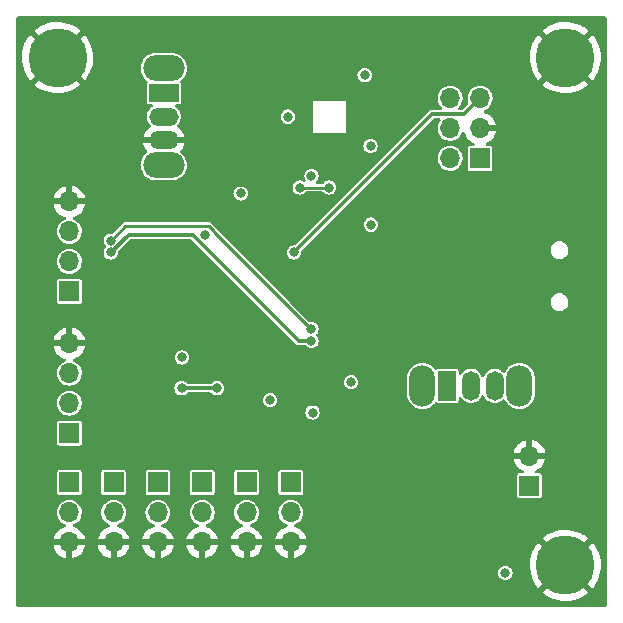
<source format=gbl>
%TF.GenerationSoftware,KiCad,Pcbnew,(6.0.5)*%
%TF.CreationDate,2022-06-08T19:33:45-04:00*%
%TF.ProjectId,FlightController,466c6967-6874-4436-9f6e-74726f6c6c65,rev?*%
%TF.SameCoordinates,Original*%
%TF.FileFunction,Copper,L4,Bot*%
%TF.FilePolarity,Positive*%
%FSLAX46Y46*%
G04 Gerber Fmt 4.6, Leading zero omitted, Abs format (unit mm)*
G04 Created by KiCad (PCBNEW (6.0.5)) date 2022-06-08 19:33:45*
%MOMM*%
%LPD*%
G01*
G04 APERTURE LIST*
%TA.AperFunction,ComponentPad*%
%ADD10C,5.000000*%
%TD*%
%TA.AperFunction,ComponentPad*%
%ADD11R,1.700000X1.700000*%
%TD*%
%TA.AperFunction,ComponentPad*%
%ADD12O,1.700000X1.700000*%
%TD*%
%TA.AperFunction,ComponentPad*%
%ADD13O,2.500000X1.500000*%
%TD*%
%TA.AperFunction,ComponentPad*%
%ADD14R,2.500000X1.500000*%
%TD*%
%TA.AperFunction,ComponentPad*%
%ADD15O,3.500000X2.200000*%
%TD*%
%TA.AperFunction,ComponentPad*%
%ADD16O,1.500000X2.500000*%
%TD*%
%TA.AperFunction,ComponentPad*%
%ADD17R,1.500000X2.500000*%
%TD*%
%TA.AperFunction,ComponentPad*%
%ADD18O,2.200000X3.500000*%
%TD*%
%TA.AperFunction,ViaPad*%
%ADD19C,0.800000*%
%TD*%
%TA.AperFunction,Conductor*%
%ADD20C,0.300000*%
%TD*%
%TA.AperFunction,Conductor*%
%ADD21C,0.250000*%
%TD*%
G04 APERTURE END LIST*
D10*
%TO.P,H3,1,1*%
%TO.N,GND*%
X165480000Y-78360000D03*
%TD*%
%TO.P,H2,1,1*%
%TO.N,GND*%
X122480000Y-78360000D03*
%TD*%
%TO.P,H1,1,1*%
%TO.N,GND*%
X165480000Y-121360000D03*
%TD*%
D11*
%TO.P,J1,1,Pin_1*%
%TO.N,PDB_REG_5v*%
X162425000Y-114600000D03*
D12*
%TO.P,J1,2,Pin_2*%
%TO.N,GND*%
X162425000Y-112060000D03*
%TD*%
D11*
%TO.P,J8,1,Pin_1*%
%TO.N,S_TIM3_CH4*%
X134730000Y-114335000D03*
D12*
%TO.P,J8,2,Pin_2*%
%TO.N,+5V*%
X134730000Y-116875000D03*
%TO.P,J8,3,Pin_3*%
%TO.N,GND*%
X134730000Y-119415000D03*
%TD*%
%TO.P,J11,4,Pin_4*%
%TO.N,GND*%
X123480000Y-90540000D03*
%TO.P,J11,3,Pin_3*%
%TO.N,S_I2C2_SDA*%
X123480000Y-93080000D03*
%TO.P,J11,2,Pin_2*%
%TO.N,S_I2C2_SCL*%
X123480000Y-95620000D03*
D11*
%TO.P,J11,1,Pin_1*%
%TO.N,+3V3*%
X123480000Y-98160000D03*
%TD*%
D13*
%TO.P,SW1,3,C*%
%TO.N,GND*%
X131480000Y-85360000D03*
%TO.P,SW1,2,B*%
%TO.N,Net-(R3-Pad2)*%
X131480000Y-83360000D03*
D14*
%TO.P,SW1,1,A*%
%TO.N,+3V3*%
X131480000Y-81360000D03*
D15*
%TO.P,SW1,*%
%TO.N,*%
X131480000Y-79260000D03*
X131480000Y-87460000D03*
%TD*%
D12*
%TO.P,J4,4,Pin_4*%
%TO.N,GND*%
X123480000Y-102540000D03*
%TO.P,J4,3,Pin_3*%
%TO.N,S_USART2_TX*%
X123480000Y-105080000D03*
%TO.P,J4,2,Pin_2*%
%TO.N,S_USART2_RX*%
X123480000Y-107620000D03*
D11*
%TO.P,J4,1,Pin_1*%
%TO.N,+3V3*%
X123480000Y-110160000D03*
%TD*%
%TO.P,J7,1,Pin_1*%
%TO.N,S_TIM3_CH3*%
X130980000Y-114335000D03*
D12*
%TO.P,J7,2,Pin_2*%
%TO.N,+5V*%
X130980000Y-116875000D03*
%TO.P,J7,3,Pin_3*%
%TO.N,GND*%
X130980000Y-119415000D03*
%TD*%
D16*
%TO.P,SW2,3,C*%
%TO.N,PDB_REG_5v*%
X159480000Y-106157500D03*
%TO.P,SW2,2,B*%
%TO.N,+5V*%
X157480000Y-106157500D03*
D17*
%TO.P,SW2,1,A*%
%TO.N,USB_5v*%
X155480000Y-106157500D03*
D18*
%TO.P,SW2,*%
%TO.N,*%
X153380000Y-106157500D03*
X161580000Y-106157500D03*
%TD*%
D11*
%TO.P,J5,1,Pin_1*%
%TO.N,S_TIM3_CH1*%
X123480000Y-114335000D03*
D12*
%TO.P,J5,2,Pin_2*%
%TO.N,+5V*%
X123480000Y-116875000D03*
%TO.P,J5,3,Pin_3*%
%TO.N,GND*%
X123480000Y-119415000D03*
%TD*%
%TO.P,J10,3,Pin_3*%
%TO.N,GND*%
X142230000Y-119415000D03*
%TO.P,J10,2,Pin_2*%
%TO.N,+5V*%
X142230000Y-116875000D03*
D11*
%TO.P,J10,1,Pin_1*%
%TO.N,S_TIM8_CH2*%
X142230000Y-114335000D03*
%TD*%
D12*
%TO.P,J9,3,Pin_3*%
%TO.N,GND*%
X138480000Y-119415000D03*
%TO.P,J9,2,Pin_2*%
%TO.N,+5V*%
X138480000Y-116875000D03*
D11*
%TO.P,J9,1,Pin_1*%
%TO.N,S_TIM8_CH1*%
X138480000Y-114335000D03*
%TD*%
%TO.P,J6,1,Pin_1*%
%TO.N,S_TIM3_CH2*%
X127230000Y-114335000D03*
D12*
%TO.P,J6,2,Pin_2*%
%TO.N,+5V*%
X127230000Y-116875000D03*
%TO.P,J6,3,Pin_3*%
%TO.N,GND*%
X127230000Y-119415000D03*
%TD*%
%TO.P,J3,6,Pin_6*%
%TO.N,S_SWO*%
X155715000Y-81805000D03*
%TO.P,J3,5,Pin_5*%
%TO.N,S_NRST*%
X158255000Y-81805000D03*
%TO.P,J3,4,Pin_4*%
%TO.N,S_SWCLK*%
X155715000Y-84345000D03*
%TO.P,J3,3,Pin_3*%
%TO.N,GND*%
X158255000Y-84345000D03*
%TO.P,J3,2,Pin_2*%
%TO.N,S_SWDIO*%
X155715000Y-86885000D03*
D11*
%TO.P,J3,1,Pin_1*%
%TO.N,+3V3*%
X158255000Y-86885000D03*
%TD*%
D19*
%TO.N,GND*%
X129900000Y-99600000D03*
X127980000Y-111860000D03*
X128480000Y-106360000D03*
X144980000Y-115360000D03*
X125244256Y-94297593D03*
X150700000Y-87700000D03*
X147525513Y-109795027D03*
X158980000Y-96860000D03*
X152800000Y-91000000D03*
X144480000Y-96860000D03*
%TO.N,+3V3*%
X149000000Y-92500000D03*
X148980000Y-85860000D03*
%TO.N,GND*%
X148980000Y-84360000D03*
%TO.N,+3V3*%
X148480000Y-79860000D03*
X141980000Y-83360000D03*
X143980000Y-88360000D03*
%TO.N,S_NRST*%
X142480000Y-94860000D03*
%TO.N,S_I2C2_SCL*%
X126980000Y-94860000D03*
%TO.N,S_I2C2_SDA*%
X126980000Y-93860000D03*
X143980000Y-101360000D03*
%TO.N,S_I2C2_SCL*%
X143980000Y-102360000D03*
%TO.N,+3V3*%
X147341036Y-105836912D03*
X144067913Y-108412621D03*
%TO.N,S_USART2_RX*%
X132980000Y-106360000D03*
X135980000Y-106360000D03*
%TO.N,+3V3*%
X133000000Y-103750000D03*
%TO.N,GND*%
X133000000Y-101500000D03*
X151880000Y-97060000D03*
X153080000Y-100960000D03*
X158600000Y-118400000D03*
%TO.N,S_I2C1_SDA*%
X142980000Y-89360000D03*
X145480000Y-89360000D03*
%TO.N,GND*%
X138480000Y-107360000D03*
X135980000Y-91360000D03*
X139480000Y-89860000D03*
%TO.N,+3V3*%
X137980000Y-89860000D03*
X134980000Y-93360000D03*
X160400000Y-122000000D03*
X140480000Y-107360000D03*
%TD*%
D20*
%TO.N,S_I2C2_SCL*%
X127039970Y-94860000D02*
X128539970Y-93360000D01*
X126980000Y-94860000D02*
X127039970Y-94860000D01*
X128539970Y-93360000D02*
X133920030Y-93360000D01*
X133920030Y-93360000D02*
X142920030Y-102360000D01*
X142920030Y-102360000D02*
X143980000Y-102360000D01*
D21*
%TO.N,S_I2C2_SDA*%
X135704511Y-93084511D02*
X135704511Y-93059897D01*
X128204511Y-92635489D02*
X126980000Y-93860000D01*
X135280103Y-92635489D02*
X128204511Y-92635489D01*
X143980000Y-101360000D02*
X135704511Y-93084511D01*
X135704511Y-93059897D02*
X135280103Y-92635489D01*
D20*
%TO.N,S_NRST*%
X156914511Y-83145489D02*
X158255000Y-81805000D01*
X142480000Y-94860000D02*
X154194511Y-83145489D01*
X154194511Y-83145489D02*
X156914511Y-83145489D01*
%TO.N,S_USART2_RX*%
X135980000Y-106360000D02*
X132980000Y-106360000D01*
D21*
%TO.N,S_I2C1_SDA*%
X145480000Y-89360000D02*
X142980000Y-89360000D01*
%TD*%
%TA.AperFunction,Conductor*%
%TO.N,GND*%
G36*
X168911621Y-74890502D02*
G01*
X168958114Y-74944158D01*
X168969500Y-74996500D01*
X168969500Y-124723500D01*
X168949498Y-124791621D01*
X168895842Y-124838114D01*
X168843500Y-124849500D01*
X119116500Y-124849500D01*
X119048379Y-124829498D01*
X119001886Y-124775842D01*
X118990500Y-124723500D01*
X118990500Y-123661681D01*
X163543860Y-123661681D01*
X163543878Y-123661933D01*
X163549793Y-123670677D01*
X163581111Y-123699174D01*
X163586748Y-123703738D01*
X163862544Y-123901918D01*
X163868682Y-123905813D01*
X164165435Y-124070984D01*
X164171955Y-124074136D01*
X164485738Y-124204109D01*
X164492589Y-124206495D01*
X164819212Y-124299536D01*
X164826301Y-124301120D01*
X165161465Y-124356006D01*
X165168671Y-124356763D01*
X165507926Y-124372762D01*
X165515176Y-124372686D01*
X165854010Y-124349587D01*
X165861219Y-124348676D01*
X166195160Y-124286784D01*
X166202190Y-124285057D01*
X166526819Y-124185187D01*
X166533597Y-124182667D01*
X166844603Y-124046145D01*
X166851043Y-124042864D01*
X167144293Y-123871502D01*
X167150326Y-123867493D01*
X167408828Y-123673405D01*
X167417282Y-123662078D01*
X167410537Y-123649748D01*
X165492810Y-121732020D01*
X165478869Y-121724408D01*
X165477034Y-121724539D01*
X165470420Y-121728790D01*
X163551474Y-123647737D01*
X163543860Y-123661681D01*
X118990500Y-123661681D01*
X118990500Y-122000000D01*
X159794318Y-122000000D01*
X159814956Y-122156762D01*
X159875464Y-122302841D01*
X159971718Y-122428282D01*
X160097159Y-122524536D01*
X160243238Y-122585044D01*
X160400000Y-122605682D01*
X160408188Y-122604604D01*
X160548574Y-122586122D01*
X160556762Y-122585044D01*
X160702841Y-122524536D01*
X160828282Y-122428282D01*
X160924536Y-122302841D01*
X160985044Y-122156762D01*
X161005682Y-122000000D01*
X160985044Y-121843238D01*
X160924536Y-121697159D01*
X160828282Y-121571718D01*
X160702841Y-121475464D01*
X160556762Y-121414956D01*
X160400000Y-121394318D01*
X160243238Y-121414956D01*
X160097159Y-121475464D01*
X159971718Y-121571718D01*
X159875464Y-121697159D01*
X159814956Y-121843238D01*
X159794318Y-122000000D01*
X118990500Y-122000000D01*
X118990500Y-121268987D01*
X162468484Y-121268987D01*
X162477374Y-121608505D01*
X162477980Y-121615721D01*
X162525835Y-121951963D01*
X162527269Y-121959074D01*
X162613455Y-122287595D01*
X162615692Y-122294478D01*
X162739064Y-122610914D01*
X162742081Y-122617503D01*
X162901002Y-122917652D01*
X162904761Y-122923860D01*
X163097129Y-123203757D01*
X163101574Y-123209486D01*
X163168743Y-123286484D01*
X163181917Y-123294888D01*
X163191769Y-123289020D01*
X165107980Y-121372810D01*
X165114357Y-121361131D01*
X165844408Y-121361131D01*
X165844539Y-121362966D01*
X165848790Y-121369580D01*
X167766268Y-123287057D01*
X167779622Y-123294349D01*
X167789594Y-123287295D01*
X167896641Y-123159267D01*
X167900957Y-123153456D01*
X168087432Y-122869575D01*
X168091046Y-122863313D01*
X168243658Y-122559882D01*
X168246530Y-122553244D01*
X168363249Y-122234293D01*
X168365345Y-122227351D01*
X168444631Y-121897103D01*
X168445915Y-121889964D01*
X168486816Y-121551973D01*
X168487240Y-121546403D01*
X168493010Y-121362797D01*
X168492937Y-121357204D01*
X168473338Y-121017303D01*
X168472506Y-121010113D01*
X168414113Y-120675529D01*
X168412458Y-120668474D01*
X168315998Y-120342834D01*
X168313540Y-120336006D01*
X168180290Y-120023608D01*
X168177073Y-120017125D01*
X168008788Y-119722089D01*
X168004856Y-119716034D01*
X167803774Y-119442295D01*
X167799166Y-119436726D01*
X167793830Y-119430984D01*
X167780178Y-119422866D01*
X167779570Y-119422887D01*
X167771092Y-119428119D01*
X165852020Y-121347190D01*
X165844408Y-121361131D01*
X165114357Y-121361131D01*
X165115592Y-121358869D01*
X165115461Y-121357034D01*
X165111210Y-121350420D01*
X163192374Y-119431585D01*
X163179581Y-119424599D01*
X163168827Y-119432464D01*
X163008037Y-119637527D01*
X163003902Y-119643476D01*
X162826440Y-119933068D01*
X162823019Y-119939447D01*
X162680016Y-120247522D01*
X162677356Y-120254241D01*
X162570711Y-120576707D01*
X162568834Y-120583711D01*
X162499961Y-120916288D01*
X162498904Y-120923449D01*
X162468712Y-121261735D01*
X162468484Y-121268987D01*
X118990500Y-121268987D01*
X118990500Y-119682966D01*
X122148257Y-119682966D01*
X122178565Y-119817446D01*
X122181645Y-119827275D01*
X122261770Y-120024603D01*
X122266413Y-120033794D01*
X122377694Y-120215388D01*
X122383777Y-120223699D01*
X122523213Y-120384667D01*
X122530580Y-120391883D01*
X122694434Y-120527916D01*
X122702881Y-120533831D01*
X122886756Y-120641279D01*
X122896042Y-120645729D01*
X123095001Y-120721703D01*
X123104899Y-120724579D01*
X123208250Y-120745606D01*
X123222299Y-120744410D01*
X123226000Y-120734065D01*
X123226000Y-120733517D01*
X123734000Y-120733517D01*
X123738064Y-120747359D01*
X123751478Y-120749393D01*
X123758184Y-120748534D01*
X123768262Y-120746392D01*
X123972255Y-120685191D01*
X123981842Y-120681433D01*
X124173095Y-120587739D01*
X124181945Y-120582464D01*
X124355328Y-120458792D01*
X124363200Y-120452139D01*
X124514052Y-120301812D01*
X124520730Y-120293965D01*
X124645003Y-120121020D01*
X124650313Y-120112183D01*
X124744670Y-119921267D01*
X124748469Y-119911672D01*
X124810377Y-119707910D01*
X124812555Y-119697837D01*
X124813986Y-119686962D01*
X124813363Y-119682966D01*
X125898257Y-119682966D01*
X125928565Y-119817446D01*
X125931645Y-119827275D01*
X126011770Y-120024603D01*
X126016413Y-120033794D01*
X126127694Y-120215388D01*
X126133777Y-120223699D01*
X126273213Y-120384667D01*
X126280580Y-120391883D01*
X126444434Y-120527916D01*
X126452881Y-120533831D01*
X126636756Y-120641279D01*
X126646042Y-120645729D01*
X126845001Y-120721703D01*
X126854899Y-120724579D01*
X126958250Y-120745606D01*
X126972299Y-120744410D01*
X126976000Y-120734065D01*
X126976000Y-120733517D01*
X127484000Y-120733517D01*
X127488064Y-120747359D01*
X127501478Y-120749393D01*
X127508184Y-120748534D01*
X127518262Y-120746392D01*
X127722255Y-120685191D01*
X127731842Y-120681433D01*
X127923095Y-120587739D01*
X127931945Y-120582464D01*
X128105328Y-120458792D01*
X128113200Y-120452139D01*
X128264052Y-120301812D01*
X128270730Y-120293965D01*
X128395003Y-120121020D01*
X128400313Y-120112183D01*
X128494670Y-119921267D01*
X128498469Y-119911672D01*
X128560377Y-119707910D01*
X128562555Y-119697837D01*
X128563986Y-119686962D01*
X128563363Y-119682966D01*
X129648257Y-119682966D01*
X129678565Y-119817446D01*
X129681645Y-119827275D01*
X129761770Y-120024603D01*
X129766413Y-120033794D01*
X129877694Y-120215388D01*
X129883777Y-120223699D01*
X130023213Y-120384667D01*
X130030580Y-120391883D01*
X130194434Y-120527916D01*
X130202881Y-120533831D01*
X130386756Y-120641279D01*
X130396042Y-120645729D01*
X130595001Y-120721703D01*
X130604899Y-120724579D01*
X130708250Y-120745606D01*
X130722299Y-120744410D01*
X130726000Y-120734065D01*
X130726000Y-120733517D01*
X131234000Y-120733517D01*
X131238064Y-120747359D01*
X131251478Y-120749393D01*
X131258184Y-120748534D01*
X131268262Y-120746392D01*
X131472255Y-120685191D01*
X131481842Y-120681433D01*
X131673095Y-120587739D01*
X131681945Y-120582464D01*
X131855328Y-120458792D01*
X131863200Y-120452139D01*
X132014052Y-120301812D01*
X132020730Y-120293965D01*
X132145003Y-120121020D01*
X132150313Y-120112183D01*
X132244670Y-119921267D01*
X132248469Y-119911672D01*
X132310377Y-119707910D01*
X132312555Y-119697837D01*
X132313986Y-119686962D01*
X132313363Y-119682966D01*
X133398257Y-119682966D01*
X133428565Y-119817446D01*
X133431645Y-119827275D01*
X133511770Y-120024603D01*
X133516413Y-120033794D01*
X133627694Y-120215388D01*
X133633777Y-120223699D01*
X133773213Y-120384667D01*
X133780580Y-120391883D01*
X133944434Y-120527916D01*
X133952881Y-120533831D01*
X134136756Y-120641279D01*
X134146042Y-120645729D01*
X134345001Y-120721703D01*
X134354899Y-120724579D01*
X134458250Y-120745606D01*
X134472299Y-120744410D01*
X134476000Y-120734065D01*
X134476000Y-120733517D01*
X134984000Y-120733517D01*
X134988064Y-120747359D01*
X135001478Y-120749393D01*
X135008184Y-120748534D01*
X135018262Y-120746392D01*
X135222255Y-120685191D01*
X135231842Y-120681433D01*
X135423095Y-120587739D01*
X135431945Y-120582464D01*
X135605328Y-120458792D01*
X135613200Y-120452139D01*
X135764052Y-120301812D01*
X135770730Y-120293965D01*
X135895003Y-120121020D01*
X135900313Y-120112183D01*
X135994670Y-119921267D01*
X135998469Y-119911672D01*
X136060377Y-119707910D01*
X136062555Y-119697837D01*
X136063986Y-119686962D01*
X136063363Y-119682966D01*
X137148257Y-119682966D01*
X137178565Y-119817446D01*
X137181645Y-119827275D01*
X137261770Y-120024603D01*
X137266413Y-120033794D01*
X137377694Y-120215388D01*
X137383777Y-120223699D01*
X137523213Y-120384667D01*
X137530580Y-120391883D01*
X137694434Y-120527916D01*
X137702881Y-120533831D01*
X137886756Y-120641279D01*
X137896042Y-120645729D01*
X138095001Y-120721703D01*
X138104899Y-120724579D01*
X138208250Y-120745606D01*
X138222299Y-120744410D01*
X138226000Y-120734065D01*
X138226000Y-120733517D01*
X138734000Y-120733517D01*
X138738064Y-120747359D01*
X138751478Y-120749393D01*
X138758184Y-120748534D01*
X138768262Y-120746392D01*
X138972255Y-120685191D01*
X138981842Y-120681433D01*
X139173095Y-120587739D01*
X139181945Y-120582464D01*
X139355328Y-120458792D01*
X139363200Y-120452139D01*
X139514052Y-120301812D01*
X139520730Y-120293965D01*
X139645003Y-120121020D01*
X139650313Y-120112183D01*
X139744670Y-119921267D01*
X139748469Y-119911672D01*
X139810377Y-119707910D01*
X139812555Y-119697837D01*
X139813986Y-119686962D01*
X139813363Y-119682966D01*
X140898257Y-119682966D01*
X140928565Y-119817446D01*
X140931645Y-119827275D01*
X141011770Y-120024603D01*
X141016413Y-120033794D01*
X141127694Y-120215388D01*
X141133777Y-120223699D01*
X141273213Y-120384667D01*
X141280580Y-120391883D01*
X141444434Y-120527916D01*
X141452881Y-120533831D01*
X141636756Y-120641279D01*
X141646042Y-120645729D01*
X141845001Y-120721703D01*
X141854899Y-120724579D01*
X141958250Y-120745606D01*
X141972299Y-120744410D01*
X141976000Y-120734065D01*
X141976000Y-120733517D01*
X142484000Y-120733517D01*
X142488064Y-120747359D01*
X142501478Y-120749393D01*
X142508184Y-120748534D01*
X142518262Y-120746392D01*
X142722255Y-120685191D01*
X142731842Y-120681433D01*
X142923095Y-120587739D01*
X142931945Y-120582464D01*
X143105328Y-120458792D01*
X143113200Y-120452139D01*
X143264052Y-120301812D01*
X143270730Y-120293965D01*
X143395003Y-120121020D01*
X143400313Y-120112183D01*
X143494670Y-119921267D01*
X143498469Y-119911672D01*
X143560377Y-119707910D01*
X143562555Y-119697837D01*
X143563986Y-119686962D01*
X143561775Y-119672778D01*
X143548617Y-119669000D01*
X142502115Y-119669000D01*
X142486876Y-119673475D01*
X142485671Y-119674865D01*
X142484000Y-119682548D01*
X142484000Y-120733517D01*
X141976000Y-120733517D01*
X141976000Y-119687115D01*
X141971525Y-119671876D01*
X141970135Y-119670671D01*
X141962452Y-119669000D01*
X140913225Y-119669000D01*
X140899694Y-119672973D01*
X140898257Y-119682966D01*
X139813363Y-119682966D01*
X139811775Y-119672778D01*
X139798617Y-119669000D01*
X138752115Y-119669000D01*
X138736876Y-119673475D01*
X138735671Y-119674865D01*
X138734000Y-119682548D01*
X138734000Y-120733517D01*
X138226000Y-120733517D01*
X138226000Y-119687115D01*
X138221525Y-119671876D01*
X138220135Y-119670671D01*
X138212452Y-119669000D01*
X137163225Y-119669000D01*
X137149694Y-119672973D01*
X137148257Y-119682966D01*
X136063363Y-119682966D01*
X136061775Y-119672778D01*
X136048617Y-119669000D01*
X135002115Y-119669000D01*
X134986876Y-119673475D01*
X134985671Y-119674865D01*
X134984000Y-119682548D01*
X134984000Y-120733517D01*
X134476000Y-120733517D01*
X134476000Y-119687115D01*
X134471525Y-119671876D01*
X134470135Y-119670671D01*
X134462452Y-119669000D01*
X133413225Y-119669000D01*
X133399694Y-119672973D01*
X133398257Y-119682966D01*
X132313363Y-119682966D01*
X132311775Y-119672778D01*
X132298617Y-119669000D01*
X131252115Y-119669000D01*
X131236876Y-119673475D01*
X131235671Y-119674865D01*
X131234000Y-119682548D01*
X131234000Y-120733517D01*
X130726000Y-120733517D01*
X130726000Y-119687115D01*
X130721525Y-119671876D01*
X130720135Y-119670671D01*
X130712452Y-119669000D01*
X129663225Y-119669000D01*
X129649694Y-119672973D01*
X129648257Y-119682966D01*
X128563363Y-119682966D01*
X128561775Y-119672778D01*
X128548617Y-119669000D01*
X127502115Y-119669000D01*
X127486876Y-119673475D01*
X127485671Y-119674865D01*
X127484000Y-119682548D01*
X127484000Y-120733517D01*
X126976000Y-120733517D01*
X126976000Y-119687115D01*
X126971525Y-119671876D01*
X126970135Y-119670671D01*
X126962452Y-119669000D01*
X125913225Y-119669000D01*
X125899694Y-119672973D01*
X125898257Y-119682966D01*
X124813363Y-119682966D01*
X124811775Y-119672778D01*
X124798617Y-119669000D01*
X123752115Y-119669000D01*
X123736876Y-119673475D01*
X123735671Y-119674865D01*
X123734000Y-119682548D01*
X123734000Y-120733517D01*
X123226000Y-120733517D01*
X123226000Y-119687115D01*
X123221525Y-119671876D01*
X123220135Y-119670671D01*
X123212452Y-119669000D01*
X122163225Y-119669000D01*
X122149694Y-119672973D01*
X122148257Y-119682966D01*
X118990500Y-119682966D01*
X118990500Y-119149183D01*
X122144389Y-119149183D01*
X122145912Y-119157607D01*
X122158292Y-119161000D01*
X124798344Y-119161000D01*
X124811875Y-119157027D01*
X124813002Y-119149183D01*
X125894389Y-119149183D01*
X125895912Y-119157607D01*
X125908292Y-119161000D01*
X128548344Y-119161000D01*
X128561875Y-119157027D01*
X128563002Y-119149183D01*
X129644389Y-119149183D01*
X129645912Y-119157607D01*
X129658292Y-119161000D01*
X132298344Y-119161000D01*
X132311875Y-119157027D01*
X132313002Y-119149183D01*
X133394389Y-119149183D01*
X133395912Y-119157607D01*
X133408292Y-119161000D01*
X136048344Y-119161000D01*
X136061875Y-119157027D01*
X136063002Y-119149183D01*
X137144389Y-119149183D01*
X137145912Y-119157607D01*
X137158292Y-119161000D01*
X139798344Y-119161000D01*
X139811875Y-119157027D01*
X139813002Y-119149183D01*
X140894389Y-119149183D01*
X140895912Y-119157607D01*
X140908292Y-119161000D01*
X143548344Y-119161000D01*
X143561875Y-119157027D01*
X143563180Y-119147947D01*
X143541352Y-119061048D01*
X163545132Y-119061048D01*
X163551527Y-119072316D01*
X165467190Y-120987980D01*
X165481131Y-120995592D01*
X165482966Y-120995461D01*
X165489580Y-120991210D01*
X167407074Y-119073716D01*
X167414466Y-119060179D01*
X167407679Y-119050479D01*
X167304476Y-118962335D01*
X167298704Y-118957953D01*
X167016796Y-118768519D01*
X167010575Y-118764839D01*
X166708757Y-118609060D01*
X166702146Y-118606116D01*
X166384439Y-118486065D01*
X166377513Y-118483894D01*
X166048112Y-118401155D01*
X166041005Y-118399799D01*
X165704278Y-118355468D01*
X165697036Y-118354937D01*
X165357467Y-118349602D01*
X165350205Y-118349906D01*
X165012256Y-118383638D01*
X165005108Y-118384770D01*
X164673263Y-118457124D01*
X164666285Y-118459072D01*
X164344960Y-118569086D01*
X164338253Y-118571823D01*
X164031707Y-118718039D01*
X164025349Y-118721534D01*
X163737654Y-118902005D01*
X163731731Y-118906214D01*
X163553601Y-119048923D01*
X163545132Y-119061048D01*
X143541352Y-119061048D01*
X143521214Y-118980875D01*
X143517894Y-118971124D01*
X143432972Y-118775814D01*
X143428105Y-118766739D01*
X143312426Y-118587926D01*
X143306136Y-118579757D01*
X143162806Y-118422240D01*
X143155273Y-118415215D01*
X142988139Y-118283222D01*
X142979552Y-118277517D01*
X142793117Y-118174599D01*
X142783705Y-118170369D01*
X142592031Y-118102493D01*
X142534495Y-118060899D01*
X142508579Y-117994801D01*
X142522513Y-117925185D01*
X142571872Y-117874154D01*
X142600206Y-117862362D01*
X142605790Y-117860803D01*
X142605799Y-117860800D01*
X142611725Y-117859145D01*
X142617214Y-117856372D01*
X142617220Y-117856370D01*
X142790116Y-117769033D01*
X142795610Y-117766258D01*
X142957951Y-117639424D01*
X143092564Y-117483472D01*
X143113387Y-117446818D01*
X143191276Y-117309707D01*
X143194323Y-117304344D01*
X143259351Y-117108863D01*
X143285171Y-116904474D01*
X143285583Y-116875000D01*
X143265480Y-116669970D01*
X143205935Y-116472749D01*
X143109218Y-116290849D01*
X143035859Y-116200902D01*
X142982906Y-116135975D01*
X142982903Y-116135972D01*
X142979011Y-116131200D01*
X142961786Y-116116950D01*
X142825025Y-116003811D01*
X142825021Y-116003809D01*
X142820275Y-115999882D01*
X142639055Y-115901897D01*
X142442254Y-115840977D01*
X142436129Y-115840333D01*
X142436128Y-115840333D01*
X142243498Y-115820087D01*
X142243496Y-115820087D01*
X142237369Y-115819443D01*
X142150529Y-115827346D01*
X142038342Y-115837555D01*
X142038339Y-115837556D01*
X142032203Y-115838114D01*
X141834572Y-115896280D01*
X141652002Y-115991726D01*
X141647201Y-115995586D01*
X141647198Y-115995588D01*
X141636971Y-116003811D01*
X141491447Y-116120815D01*
X141359024Y-116278630D01*
X141356056Y-116284028D01*
X141356053Y-116284033D01*
X141349315Y-116296290D01*
X141259776Y-116459162D01*
X141197484Y-116655532D01*
X141196798Y-116661649D01*
X141196797Y-116661653D01*
X141175207Y-116854137D01*
X141174520Y-116860262D01*
X141191759Y-117065553D01*
X141248544Y-117263586D01*
X141251359Y-117269063D01*
X141251360Y-117269066D01*
X141272247Y-117309707D01*
X141342712Y-117446818D01*
X141470677Y-117608270D01*
X141627564Y-117741791D01*
X141807398Y-117842297D01*
X141872437Y-117863429D01*
X141931042Y-117903502D01*
X141958680Y-117968898D01*
X141946574Y-118038855D01*
X141898568Y-118091162D01*
X141872646Y-118103027D01*
X141706868Y-118157212D01*
X141697359Y-118161209D01*
X141508463Y-118259542D01*
X141499738Y-118265036D01*
X141329433Y-118392905D01*
X141321726Y-118399748D01*
X141174590Y-118553717D01*
X141168104Y-118561727D01*
X141048098Y-118737649D01*
X141043000Y-118746623D01*
X140953338Y-118939783D01*
X140949775Y-118949470D01*
X140894389Y-119149183D01*
X139813002Y-119149183D01*
X139813180Y-119147947D01*
X139771214Y-118980875D01*
X139767894Y-118971124D01*
X139682972Y-118775814D01*
X139678105Y-118766739D01*
X139562426Y-118587926D01*
X139556136Y-118579757D01*
X139412806Y-118422240D01*
X139405273Y-118415215D01*
X139238139Y-118283222D01*
X139229552Y-118277517D01*
X139043117Y-118174599D01*
X139033705Y-118170369D01*
X138842031Y-118102493D01*
X138784495Y-118060899D01*
X138758579Y-117994801D01*
X138772513Y-117925185D01*
X138821872Y-117874154D01*
X138850206Y-117862362D01*
X138855790Y-117860803D01*
X138855799Y-117860800D01*
X138861725Y-117859145D01*
X138867214Y-117856372D01*
X138867220Y-117856370D01*
X139040116Y-117769033D01*
X139045610Y-117766258D01*
X139207951Y-117639424D01*
X139342564Y-117483472D01*
X139363387Y-117446818D01*
X139441276Y-117309707D01*
X139444323Y-117304344D01*
X139509351Y-117108863D01*
X139535171Y-116904474D01*
X139535583Y-116875000D01*
X139515480Y-116669970D01*
X139455935Y-116472749D01*
X139359218Y-116290849D01*
X139285859Y-116200902D01*
X139232906Y-116135975D01*
X139232903Y-116135972D01*
X139229011Y-116131200D01*
X139211786Y-116116950D01*
X139075025Y-116003811D01*
X139075021Y-116003809D01*
X139070275Y-115999882D01*
X138889055Y-115901897D01*
X138692254Y-115840977D01*
X138686129Y-115840333D01*
X138686128Y-115840333D01*
X138493498Y-115820087D01*
X138493496Y-115820087D01*
X138487369Y-115819443D01*
X138400529Y-115827346D01*
X138288342Y-115837555D01*
X138288339Y-115837556D01*
X138282203Y-115838114D01*
X138084572Y-115896280D01*
X137902002Y-115991726D01*
X137897201Y-115995586D01*
X137897198Y-115995588D01*
X137886971Y-116003811D01*
X137741447Y-116120815D01*
X137609024Y-116278630D01*
X137606056Y-116284028D01*
X137606053Y-116284033D01*
X137599315Y-116296290D01*
X137509776Y-116459162D01*
X137447484Y-116655532D01*
X137446798Y-116661649D01*
X137446797Y-116661653D01*
X137425207Y-116854137D01*
X137424520Y-116860262D01*
X137441759Y-117065553D01*
X137498544Y-117263586D01*
X137501359Y-117269063D01*
X137501360Y-117269066D01*
X137522247Y-117309707D01*
X137592712Y-117446818D01*
X137720677Y-117608270D01*
X137877564Y-117741791D01*
X138057398Y-117842297D01*
X138122437Y-117863429D01*
X138181042Y-117903502D01*
X138208680Y-117968898D01*
X138196574Y-118038855D01*
X138148568Y-118091162D01*
X138122646Y-118103027D01*
X137956868Y-118157212D01*
X137947359Y-118161209D01*
X137758463Y-118259542D01*
X137749738Y-118265036D01*
X137579433Y-118392905D01*
X137571726Y-118399748D01*
X137424590Y-118553717D01*
X137418104Y-118561727D01*
X137298098Y-118737649D01*
X137293000Y-118746623D01*
X137203338Y-118939783D01*
X137199775Y-118949470D01*
X137144389Y-119149183D01*
X136063002Y-119149183D01*
X136063180Y-119147947D01*
X136021214Y-118980875D01*
X136017894Y-118971124D01*
X135932972Y-118775814D01*
X135928105Y-118766739D01*
X135812426Y-118587926D01*
X135806136Y-118579757D01*
X135662806Y-118422240D01*
X135655273Y-118415215D01*
X135488139Y-118283222D01*
X135479552Y-118277517D01*
X135293117Y-118174599D01*
X135283705Y-118170369D01*
X135092031Y-118102493D01*
X135034495Y-118060899D01*
X135008579Y-117994801D01*
X135022513Y-117925185D01*
X135071872Y-117874154D01*
X135100206Y-117862362D01*
X135105790Y-117860803D01*
X135105799Y-117860800D01*
X135111725Y-117859145D01*
X135117214Y-117856372D01*
X135117220Y-117856370D01*
X135290116Y-117769033D01*
X135295610Y-117766258D01*
X135457951Y-117639424D01*
X135592564Y-117483472D01*
X135613387Y-117446818D01*
X135691276Y-117309707D01*
X135694323Y-117304344D01*
X135759351Y-117108863D01*
X135785171Y-116904474D01*
X135785583Y-116875000D01*
X135765480Y-116669970D01*
X135705935Y-116472749D01*
X135609218Y-116290849D01*
X135535859Y-116200902D01*
X135482906Y-116135975D01*
X135482903Y-116135972D01*
X135479011Y-116131200D01*
X135461786Y-116116950D01*
X135325025Y-116003811D01*
X135325021Y-116003809D01*
X135320275Y-115999882D01*
X135139055Y-115901897D01*
X134942254Y-115840977D01*
X134936129Y-115840333D01*
X134936128Y-115840333D01*
X134743498Y-115820087D01*
X134743496Y-115820087D01*
X134737369Y-115819443D01*
X134650529Y-115827346D01*
X134538342Y-115837555D01*
X134538339Y-115837556D01*
X134532203Y-115838114D01*
X134334572Y-115896280D01*
X134152002Y-115991726D01*
X134147201Y-115995586D01*
X134147198Y-115995588D01*
X134136971Y-116003811D01*
X133991447Y-116120815D01*
X133859024Y-116278630D01*
X133856056Y-116284028D01*
X133856053Y-116284033D01*
X133849315Y-116296290D01*
X133759776Y-116459162D01*
X133697484Y-116655532D01*
X133696798Y-116661649D01*
X133696797Y-116661653D01*
X133675207Y-116854137D01*
X133674520Y-116860262D01*
X133691759Y-117065553D01*
X133748544Y-117263586D01*
X133751359Y-117269063D01*
X133751360Y-117269066D01*
X133772247Y-117309707D01*
X133842712Y-117446818D01*
X133970677Y-117608270D01*
X134127564Y-117741791D01*
X134307398Y-117842297D01*
X134372437Y-117863429D01*
X134431042Y-117903502D01*
X134458680Y-117968898D01*
X134446574Y-118038855D01*
X134398568Y-118091162D01*
X134372646Y-118103027D01*
X134206868Y-118157212D01*
X134197359Y-118161209D01*
X134008463Y-118259542D01*
X133999738Y-118265036D01*
X133829433Y-118392905D01*
X133821726Y-118399748D01*
X133674590Y-118553717D01*
X133668104Y-118561727D01*
X133548098Y-118737649D01*
X133543000Y-118746623D01*
X133453338Y-118939783D01*
X133449775Y-118949470D01*
X133394389Y-119149183D01*
X132313002Y-119149183D01*
X132313180Y-119147947D01*
X132271214Y-118980875D01*
X132267894Y-118971124D01*
X132182972Y-118775814D01*
X132178105Y-118766739D01*
X132062426Y-118587926D01*
X132056136Y-118579757D01*
X131912806Y-118422240D01*
X131905273Y-118415215D01*
X131738139Y-118283222D01*
X131729552Y-118277517D01*
X131543117Y-118174599D01*
X131533705Y-118170369D01*
X131342031Y-118102493D01*
X131284495Y-118060899D01*
X131258579Y-117994801D01*
X131272513Y-117925185D01*
X131321872Y-117874154D01*
X131350206Y-117862362D01*
X131355790Y-117860803D01*
X131355799Y-117860800D01*
X131361725Y-117859145D01*
X131367214Y-117856372D01*
X131367220Y-117856370D01*
X131540116Y-117769033D01*
X131545610Y-117766258D01*
X131707951Y-117639424D01*
X131842564Y-117483472D01*
X131863387Y-117446818D01*
X131941276Y-117309707D01*
X131944323Y-117304344D01*
X132009351Y-117108863D01*
X132035171Y-116904474D01*
X132035583Y-116875000D01*
X132015480Y-116669970D01*
X131955935Y-116472749D01*
X131859218Y-116290849D01*
X131785859Y-116200902D01*
X131732906Y-116135975D01*
X131732903Y-116135972D01*
X131729011Y-116131200D01*
X131711786Y-116116950D01*
X131575025Y-116003811D01*
X131575021Y-116003809D01*
X131570275Y-115999882D01*
X131389055Y-115901897D01*
X131192254Y-115840977D01*
X131186129Y-115840333D01*
X131186128Y-115840333D01*
X130993498Y-115820087D01*
X130993496Y-115820087D01*
X130987369Y-115819443D01*
X130900529Y-115827346D01*
X130788342Y-115837555D01*
X130788339Y-115837556D01*
X130782203Y-115838114D01*
X130584572Y-115896280D01*
X130402002Y-115991726D01*
X130397201Y-115995586D01*
X130397198Y-115995588D01*
X130386971Y-116003811D01*
X130241447Y-116120815D01*
X130109024Y-116278630D01*
X130106056Y-116284028D01*
X130106053Y-116284033D01*
X130099315Y-116296290D01*
X130009776Y-116459162D01*
X129947484Y-116655532D01*
X129946798Y-116661649D01*
X129946797Y-116661653D01*
X129925207Y-116854137D01*
X129924520Y-116860262D01*
X129941759Y-117065553D01*
X129998544Y-117263586D01*
X130001359Y-117269063D01*
X130001360Y-117269066D01*
X130022247Y-117309707D01*
X130092712Y-117446818D01*
X130220677Y-117608270D01*
X130377564Y-117741791D01*
X130557398Y-117842297D01*
X130622437Y-117863429D01*
X130681042Y-117903502D01*
X130708680Y-117968898D01*
X130696574Y-118038855D01*
X130648568Y-118091162D01*
X130622646Y-118103027D01*
X130456868Y-118157212D01*
X130447359Y-118161209D01*
X130258463Y-118259542D01*
X130249738Y-118265036D01*
X130079433Y-118392905D01*
X130071726Y-118399748D01*
X129924590Y-118553717D01*
X129918104Y-118561727D01*
X129798098Y-118737649D01*
X129793000Y-118746623D01*
X129703338Y-118939783D01*
X129699775Y-118949470D01*
X129644389Y-119149183D01*
X128563002Y-119149183D01*
X128563180Y-119147947D01*
X128521214Y-118980875D01*
X128517894Y-118971124D01*
X128432972Y-118775814D01*
X128428105Y-118766739D01*
X128312426Y-118587926D01*
X128306136Y-118579757D01*
X128162806Y-118422240D01*
X128155273Y-118415215D01*
X127988139Y-118283222D01*
X127979552Y-118277517D01*
X127793117Y-118174599D01*
X127783705Y-118170369D01*
X127592031Y-118102493D01*
X127534495Y-118060899D01*
X127508579Y-117994801D01*
X127522513Y-117925185D01*
X127571872Y-117874154D01*
X127600206Y-117862362D01*
X127605790Y-117860803D01*
X127605799Y-117860800D01*
X127611725Y-117859145D01*
X127617214Y-117856372D01*
X127617220Y-117856370D01*
X127790116Y-117769033D01*
X127795610Y-117766258D01*
X127957951Y-117639424D01*
X128092564Y-117483472D01*
X128113387Y-117446818D01*
X128191276Y-117309707D01*
X128194323Y-117304344D01*
X128259351Y-117108863D01*
X128285171Y-116904474D01*
X128285583Y-116875000D01*
X128265480Y-116669970D01*
X128205935Y-116472749D01*
X128109218Y-116290849D01*
X128035859Y-116200902D01*
X127982906Y-116135975D01*
X127982903Y-116135972D01*
X127979011Y-116131200D01*
X127961786Y-116116950D01*
X127825025Y-116003811D01*
X127825021Y-116003809D01*
X127820275Y-115999882D01*
X127639055Y-115901897D01*
X127442254Y-115840977D01*
X127436129Y-115840333D01*
X127436128Y-115840333D01*
X127243498Y-115820087D01*
X127243496Y-115820087D01*
X127237369Y-115819443D01*
X127150529Y-115827346D01*
X127038342Y-115837555D01*
X127038339Y-115837556D01*
X127032203Y-115838114D01*
X126834572Y-115896280D01*
X126652002Y-115991726D01*
X126647201Y-115995586D01*
X126647198Y-115995588D01*
X126636971Y-116003811D01*
X126491447Y-116120815D01*
X126359024Y-116278630D01*
X126356056Y-116284028D01*
X126356053Y-116284033D01*
X126349315Y-116296290D01*
X126259776Y-116459162D01*
X126197484Y-116655532D01*
X126196798Y-116661649D01*
X126196797Y-116661653D01*
X126175207Y-116854137D01*
X126174520Y-116860262D01*
X126191759Y-117065553D01*
X126248544Y-117263586D01*
X126251359Y-117269063D01*
X126251360Y-117269066D01*
X126272247Y-117309707D01*
X126342712Y-117446818D01*
X126470677Y-117608270D01*
X126627564Y-117741791D01*
X126807398Y-117842297D01*
X126872437Y-117863429D01*
X126931042Y-117903502D01*
X126958680Y-117968898D01*
X126946574Y-118038855D01*
X126898568Y-118091162D01*
X126872646Y-118103027D01*
X126706868Y-118157212D01*
X126697359Y-118161209D01*
X126508463Y-118259542D01*
X126499738Y-118265036D01*
X126329433Y-118392905D01*
X126321726Y-118399748D01*
X126174590Y-118553717D01*
X126168104Y-118561727D01*
X126048098Y-118737649D01*
X126043000Y-118746623D01*
X125953338Y-118939783D01*
X125949775Y-118949470D01*
X125894389Y-119149183D01*
X124813002Y-119149183D01*
X124813180Y-119147947D01*
X124771214Y-118980875D01*
X124767894Y-118971124D01*
X124682972Y-118775814D01*
X124678105Y-118766739D01*
X124562426Y-118587926D01*
X124556136Y-118579757D01*
X124412806Y-118422240D01*
X124405273Y-118415215D01*
X124238139Y-118283222D01*
X124229552Y-118277517D01*
X124043117Y-118174599D01*
X124033705Y-118170369D01*
X123842031Y-118102493D01*
X123784495Y-118060899D01*
X123758579Y-117994801D01*
X123772513Y-117925185D01*
X123821872Y-117874154D01*
X123850206Y-117862362D01*
X123855790Y-117860803D01*
X123855799Y-117860800D01*
X123861725Y-117859145D01*
X123867214Y-117856372D01*
X123867220Y-117856370D01*
X124040116Y-117769033D01*
X124045610Y-117766258D01*
X124207951Y-117639424D01*
X124342564Y-117483472D01*
X124363387Y-117446818D01*
X124441276Y-117309707D01*
X124444323Y-117304344D01*
X124509351Y-117108863D01*
X124535171Y-116904474D01*
X124535583Y-116875000D01*
X124515480Y-116669970D01*
X124455935Y-116472749D01*
X124359218Y-116290849D01*
X124285859Y-116200902D01*
X124232906Y-116135975D01*
X124232903Y-116135972D01*
X124229011Y-116131200D01*
X124211786Y-116116950D01*
X124075025Y-116003811D01*
X124075021Y-116003809D01*
X124070275Y-115999882D01*
X123889055Y-115901897D01*
X123692254Y-115840977D01*
X123686129Y-115840333D01*
X123686128Y-115840333D01*
X123493498Y-115820087D01*
X123493496Y-115820087D01*
X123487369Y-115819443D01*
X123400529Y-115827346D01*
X123288342Y-115837555D01*
X123288339Y-115837556D01*
X123282203Y-115838114D01*
X123084572Y-115896280D01*
X122902002Y-115991726D01*
X122897201Y-115995586D01*
X122897198Y-115995588D01*
X122886971Y-116003811D01*
X122741447Y-116120815D01*
X122609024Y-116278630D01*
X122606056Y-116284028D01*
X122606053Y-116284033D01*
X122599315Y-116296290D01*
X122509776Y-116459162D01*
X122447484Y-116655532D01*
X122446798Y-116661649D01*
X122446797Y-116661653D01*
X122425207Y-116854137D01*
X122424520Y-116860262D01*
X122441759Y-117065553D01*
X122498544Y-117263586D01*
X122501359Y-117269063D01*
X122501360Y-117269066D01*
X122522247Y-117309707D01*
X122592712Y-117446818D01*
X122720677Y-117608270D01*
X122877564Y-117741791D01*
X123057398Y-117842297D01*
X123122437Y-117863429D01*
X123181042Y-117903502D01*
X123208680Y-117968898D01*
X123196574Y-118038855D01*
X123148568Y-118091162D01*
X123122646Y-118103027D01*
X122956868Y-118157212D01*
X122947359Y-118161209D01*
X122758463Y-118259542D01*
X122749738Y-118265036D01*
X122579433Y-118392905D01*
X122571726Y-118399748D01*
X122424590Y-118553717D01*
X122418104Y-118561727D01*
X122298098Y-118737649D01*
X122293000Y-118746623D01*
X122203338Y-118939783D01*
X122199775Y-118949470D01*
X122144389Y-119149183D01*
X118990500Y-119149183D01*
X118990500Y-115204748D01*
X122429500Y-115204748D01*
X122441133Y-115263231D01*
X122485448Y-115329552D01*
X122551769Y-115373867D01*
X122563938Y-115376288D01*
X122563939Y-115376288D01*
X122604184Y-115384293D01*
X122610252Y-115385500D01*
X124349748Y-115385500D01*
X124355816Y-115384293D01*
X124396061Y-115376288D01*
X124396062Y-115376288D01*
X124408231Y-115373867D01*
X124474552Y-115329552D01*
X124518867Y-115263231D01*
X124530500Y-115204748D01*
X126179500Y-115204748D01*
X126191133Y-115263231D01*
X126235448Y-115329552D01*
X126301769Y-115373867D01*
X126313938Y-115376288D01*
X126313939Y-115376288D01*
X126354184Y-115384293D01*
X126360252Y-115385500D01*
X128099748Y-115385500D01*
X128105816Y-115384293D01*
X128146061Y-115376288D01*
X128146062Y-115376288D01*
X128158231Y-115373867D01*
X128224552Y-115329552D01*
X128268867Y-115263231D01*
X128280500Y-115204748D01*
X129929500Y-115204748D01*
X129941133Y-115263231D01*
X129985448Y-115329552D01*
X130051769Y-115373867D01*
X130063938Y-115376288D01*
X130063939Y-115376288D01*
X130104184Y-115384293D01*
X130110252Y-115385500D01*
X131849748Y-115385500D01*
X131855816Y-115384293D01*
X131896061Y-115376288D01*
X131896062Y-115376288D01*
X131908231Y-115373867D01*
X131974552Y-115329552D01*
X132018867Y-115263231D01*
X132030500Y-115204748D01*
X133679500Y-115204748D01*
X133691133Y-115263231D01*
X133735448Y-115329552D01*
X133801769Y-115373867D01*
X133813938Y-115376288D01*
X133813939Y-115376288D01*
X133854184Y-115384293D01*
X133860252Y-115385500D01*
X135599748Y-115385500D01*
X135605816Y-115384293D01*
X135646061Y-115376288D01*
X135646062Y-115376288D01*
X135658231Y-115373867D01*
X135724552Y-115329552D01*
X135768867Y-115263231D01*
X135780500Y-115204748D01*
X137429500Y-115204748D01*
X137441133Y-115263231D01*
X137485448Y-115329552D01*
X137551769Y-115373867D01*
X137563938Y-115376288D01*
X137563939Y-115376288D01*
X137604184Y-115384293D01*
X137610252Y-115385500D01*
X139349748Y-115385500D01*
X139355816Y-115384293D01*
X139396061Y-115376288D01*
X139396062Y-115376288D01*
X139408231Y-115373867D01*
X139474552Y-115329552D01*
X139518867Y-115263231D01*
X139530500Y-115204748D01*
X141179500Y-115204748D01*
X141191133Y-115263231D01*
X141235448Y-115329552D01*
X141301769Y-115373867D01*
X141313938Y-115376288D01*
X141313939Y-115376288D01*
X141354184Y-115384293D01*
X141360252Y-115385500D01*
X143099748Y-115385500D01*
X143105816Y-115384293D01*
X143146061Y-115376288D01*
X143146062Y-115376288D01*
X143158231Y-115373867D01*
X143224552Y-115329552D01*
X143268867Y-115263231D01*
X143280500Y-115204748D01*
X143280500Y-113465252D01*
X143268867Y-113406769D01*
X143224552Y-113340448D01*
X143179506Y-113310349D01*
X143168547Y-113303026D01*
X143158231Y-113296133D01*
X143146062Y-113293712D01*
X143146061Y-113293712D01*
X143105816Y-113285707D01*
X143099748Y-113284500D01*
X141360252Y-113284500D01*
X141354184Y-113285707D01*
X141313939Y-113293712D01*
X141313938Y-113293712D01*
X141301769Y-113296133D01*
X141291453Y-113303026D01*
X141280494Y-113310349D01*
X141235448Y-113340448D01*
X141191133Y-113406769D01*
X141179500Y-113465252D01*
X141179500Y-115204748D01*
X139530500Y-115204748D01*
X139530500Y-113465252D01*
X139518867Y-113406769D01*
X139474552Y-113340448D01*
X139429506Y-113310349D01*
X139418547Y-113303026D01*
X139408231Y-113296133D01*
X139396062Y-113293712D01*
X139396061Y-113293712D01*
X139355816Y-113285707D01*
X139349748Y-113284500D01*
X137610252Y-113284500D01*
X137604184Y-113285707D01*
X137563939Y-113293712D01*
X137563938Y-113293712D01*
X137551769Y-113296133D01*
X137541453Y-113303026D01*
X137530494Y-113310349D01*
X137485448Y-113340448D01*
X137441133Y-113406769D01*
X137429500Y-113465252D01*
X137429500Y-115204748D01*
X135780500Y-115204748D01*
X135780500Y-113465252D01*
X135768867Y-113406769D01*
X135724552Y-113340448D01*
X135679506Y-113310349D01*
X135668547Y-113303026D01*
X135658231Y-113296133D01*
X135646062Y-113293712D01*
X135646061Y-113293712D01*
X135605816Y-113285707D01*
X135599748Y-113284500D01*
X133860252Y-113284500D01*
X133854184Y-113285707D01*
X133813939Y-113293712D01*
X133813938Y-113293712D01*
X133801769Y-113296133D01*
X133791453Y-113303026D01*
X133780494Y-113310349D01*
X133735448Y-113340448D01*
X133691133Y-113406769D01*
X133679500Y-113465252D01*
X133679500Y-115204748D01*
X132030500Y-115204748D01*
X132030500Y-113465252D01*
X132018867Y-113406769D01*
X131974552Y-113340448D01*
X131929506Y-113310349D01*
X131918547Y-113303026D01*
X131908231Y-113296133D01*
X131896062Y-113293712D01*
X131896061Y-113293712D01*
X131855816Y-113285707D01*
X131849748Y-113284500D01*
X130110252Y-113284500D01*
X130104184Y-113285707D01*
X130063939Y-113293712D01*
X130063938Y-113293712D01*
X130051769Y-113296133D01*
X130041453Y-113303026D01*
X130030494Y-113310349D01*
X129985448Y-113340448D01*
X129941133Y-113406769D01*
X129929500Y-113465252D01*
X129929500Y-115204748D01*
X128280500Y-115204748D01*
X128280500Y-113465252D01*
X128268867Y-113406769D01*
X128224552Y-113340448D01*
X128179506Y-113310349D01*
X128168547Y-113303026D01*
X128158231Y-113296133D01*
X128146062Y-113293712D01*
X128146061Y-113293712D01*
X128105816Y-113285707D01*
X128099748Y-113284500D01*
X126360252Y-113284500D01*
X126354184Y-113285707D01*
X126313939Y-113293712D01*
X126313938Y-113293712D01*
X126301769Y-113296133D01*
X126291453Y-113303026D01*
X126280494Y-113310349D01*
X126235448Y-113340448D01*
X126191133Y-113406769D01*
X126179500Y-113465252D01*
X126179500Y-115204748D01*
X124530500Y-115204748D01*
X124530500Y-113465252D01*
X124518867Y-113406769D01*
X124474552Y-113340448D01*
X124429506Y-113310349D01*
X124418547Y-113303026D01*
X124408231Y-113296133D01*
X124396062Y-113293712D01*
X124396061Y-113293712D01*
X124355816Y-113285707D01*
X124349748Y-113284500D01*
X122610252Y-113284500D01*
X122604184Y-113285707D01*
X122563939Y-113293712D01*
X122563938Y-113293712D01*
X122551769Y-113296133D01*
X122541453Y-113303026D01*
X122530494Y-113310349D01*
X122485448Y-113340448D01*
X122441133Y-113406769D01*
X122429500Y-113465252D01*
X122429500Y-115204748D01*
X118990500Y-115204748D01*
X118990500Y-112327966D01*
X161093257Y-112327966D01*
X161123565Y-112462446D01*
X161126645Y-112472275D01*
X161206770Y-112669603D01*
X161211413Y-112678794D01*
X161322694Y-112860388D01*
X161328777Y-112868699D01*
X161468213Y-113029667D01*
X161475580Y-113036883D01*
X161639434Y-113172916D01*
X161647881Y-113178831D01*
X161831756Y-113286279D01*
X161841043Y-113290729D01*
X161880484Y-113305790D01*
X161936987Y-113348778D01*
X161961280Y-113415489D01*
X161945650Y-113484743D01*
X161895059Y-113534554D01*
X161835535Y-113549500D01*
X161555252Y-113549500D01*
X161549184Y-113550707D01*
X161508939Y-113558712D01*
X161508938Y-113558712D01*
X161496769Y-113561133D01*
X161430448Y-113605448D01*
X161386133Y-113671769D01*
X161374500Y-113730252D01*
X161374500Y-115469748D01*
X161386133Y-115528231D01*
X161430448Y-115594552D01*
X161496769Y-115638867D01*
X161508938Y-115641288D01*
X161508939Y-115641288D01*
X161549184Y-115649293D01*
X161555252Y-115650500D01*
X163294748Y-115650500D01*
X163300816Y-115649293D01*
X163341061Y-115641288D01*
X163341062Y-115641288D01*
X163353231Y-115638867D01*
X163419552Y-115594552D01*
X163463867Y-115528231D01*
X163475500Y-115469748D01*
X163475500Y-113730252D01*
X163463867Y-113671769D01*
X163419552Y-113605448D01*
X163353231Y-113561133D01*
X163341062Y-113558712D01*
X163341061Y-113558712D01*
X163300816Y-113550707D01*
X163294748Y-113549500D01*
X163015107Y-113549500D01*
X162946986Y-113529498D01*
X162900493Y-113475842D01*
X162890389Y-113405568D01*
X162919883Y-113340988D01*
X162959675Y-113310349D01*
X163118090Y-113232742D01*
X163126945Y-113227464D01*
X163300328Y-113103792D01*
X163308200Y-113097139D01*
X163459052Y-112946812D01*
X163465730Y-112938965D01*
X163590003Y-112766020D01*
X163595313Y-112757183D01*
X163689670Y-112566267D01*
X163693469Y-112556672D01*
X163755377Y-112352910D01*
X163757555Y-112342837D01*
X163758986Y-112331962D01*
X163756775Y-112317778D01*
X163743617Y-112314000D01*
X161108225Y-112314000D01*
X161094694Y-112317973D01*
X161093257Y-112327966D01*
X118990500Y-112327966D01*
X118990500Y-111794183D01*
X161089389Y-111794183D01*
X161090912Y-111802607D01*
X161103292Y-111806000D01*
X162152885Y-111806000D01*
X162168124Y-111801525D01*
X162169329Y-111800135D01*
X162171000Y-111792452D01*
X162171000Y-111787885D01*
X162679000Y-111787885D01*
X162683475Y-111803124D01*
X162684865Y-111804329D01*
X162692548Y-111806000D01*
X163743344Y-111806000D01*
X163756875Y-111802027D01*
X163758180Y-111792947D01*
X163716214Y-111625875D01*
X163712894Y-111616124D01*
X163627972Y-111420814D01*
X163623105Y-111411739D01*
X163507426Y-111232926D01*
X163501136Y-111224757D01*
X163357806Y-111067240D01*
X163350273Y-111060215D01*
X163183139Y-110928222D01*
X163174552Y-110922517D01*
X162988117Y-110819599D01*
X162978705Y-110815369D01*
X162777959Y-110744280D01*
X162767988Y-110741646D01*
X162696837Y-110728972D01*
X162683540Y-110730432D01*
X162679000Y-110744989D01*
X162679000Y-111787885D01*
X162171000Y-111787885D01*
X162171000Y-110743102D01*
X162167082Y-110729758D01*
X162152806Y-110727771D01*
X162114324Y-110733660D01*
X162104288Y-110736051D01*
X161901868Y-110802212D01*
X161892359Y-110806209D01*
X161703463Y-110904542D01*
X161694738Y-110910036D01*
X161524433Y-111037905D01*
X161516726Y-111044748D01*
X161369590Y-111198717D01*
X161363104Y-111206727D01*
X161243098Y-111382649D01*
X161238000Y-111391623D01*
X161148338Y-111584783D01*
X161144775Y-111594470D01*
X161089389Y-111794183D01*
X118990500Y-111794183D01*
X118990500Y-111029748D01*
X122429500Y-111029748D01*
X122430707Y-111035816D01*
X122436958Y-111067240D01*
X122441133Y-111088231D01*
X122485448Y-111154552D01*
X122551769Y-111198867D01*
X122563938Y-111201288D01*
X122563939Y-111201288D01*
X122604184Y-111209293D01*
X122610252Y-111210500D01*
X124349748Y-111210500D01*
X124355816Y-111209293D01*
X124396061Y-111201288D01*
X124396062Y-111201288D01*
X124408231Y-111198867D01*
X124474552Y-111154552D01*
X124518867Y-111088231D01*
X124523043Y-111067240D01*
X124529293Y-111035816D01*
X124530500Y-111029748D01*
X124530500Y-109290252D01*
X124518867Y-109231769D01*
X124474552Y-109165448D01*
X124408231Y-109121133D01*
X124396062Y-109118712D01*
X124396061Y-109118712D01*
X124355816Y-109110707D01*
X124349748Y-109109500D01*
X122610252Y-109109500D01*
X122604184Y-109110707D01*
X122563939Y-109118712D01*
X122563938Y-109118712D01*
X122551769Y-109121133D01*
X122485448Y-109165448D01*
X122441133Y-109231769D01*
X122429500Y-109290252D01*
X122429500Y-111029748D01*
X118990500Y-111029748D01*
X118990500Y-107605262D01*
X122424520Y-107605262D01*
X122425036Y-107611406D01*
X122440311Y-107793305D01*
X122441759Y-107810553D01*
X122443458Y-107816478D01*
X122480324Y-107945044D01*
X122498544Y-108008586D01*
X122501359Y-108014063D01*
X122501360Y-108014066D01*
X122589897Y-108186341D01*
X122592712Y-108191818D01*
X122720677Y-108353270D01*
X122877564Y-108486791D01*
X123057398Y-108587297D01*
X123152238Y-108618113D01*
X123247471Y-108649056D01*
X123247475Y-108649057D01*
X123253329Y-108650959D01*
X123457894Y-108675351D01*
X123464029Y-108674879D01*
X123464031Y-108674879D01*
X123520039Y-108670569D01*
X123663300Y-108659546D01*
X123669230Y-108657890D01*
X123669232Y-108657890D01*
X123855797Y-108605800D01*
X123855796Y-108605800D01*
X123861725Y-108604145D01*
X123867214Y-108601372D01*
X123867220Y-108601370D01*
X124040116Y-108514033D01*
X124045610Y-108511258D01*
X124171860Y-108412621D01*
X143462231Y-108412621D01*
X143482869Y-108569383D01*
X143543377Y-108715462D01*
X143639631Y-108840903D01*
X143765072Y-108937157D01*
X143911151Y-108997665D01*
X144067913Y-109018303D01*
X144076101Y-109017225D01*
X144216487Y-108998743D01*
X144224675Y-108997665D01*
X144370754Y-108937157D01*
X144496195Y-108840903D01*
X144592449Y-108715462D01*
X144652957Y-108569383D01*
X144673595Y-108412621D01*
X144652957Y-108255859D01*
X144592449Y-108109780D01*
X144496195Y-107984339D01*
X144370754Y-107888085D01*
X144224675Y-107827577D01*
X144067913Y-107806939D01*
X143911151Y-107827577D01*
X143765072Y-107888085D01*
X143639631Y-107984339D01*
X143543377Y-108109780D01*
X143482869Y-108255859D01*
X143462231Y-108412621D01*
X124171860Y-108412621D01*
X124207951Y-108384424D01*
X124318925Y-108255859D01*
X124338540Y-108233134D01*
X124338540Y-108233133D01*
X124342564Y-108228472D01*
X124363387Y-108191818D01*
X124408179Y-108112968D01*
X124444323Y-108049344D01*
X124509351Y-107853863D01*
X124535171Y-107649474D01*
X124535583Y-107620000D01*
X124515480Y-107414970D01*
X124498883Y-107360000D01*
X139874318Y-107360000D01*
X139875396Y-107368188D01*
X139889269Y-107473561D01*
X139894956Y-107516762D01*
X139955464Y-107662841D01*
X140051718Y-107788282D01*
X140177159Y-107884536D01*
X140323238Y-107945044D01*
X140480000Y-107965682D01*
X140488188Y-107964604D01*
X140628574Y-107946122D01*
X140636762Y-107945044D01*
X140782841Y-107884536D01*
X140908282Y-107788282D01*
X141004536Y-107662841D01*
X141065044Y-107516762D01*
X141070732Y-107473561D01*
X141084604Y-107368188D01*
X141085682Y-107360000D01*
X141065044Y-107203238D01*
X141004536Y-107057159D01*
X140908282Y-106931718D01*
X140820400Y-106864284D01*
X152079500Y-106864284D01*
X152079738Y-106867001D01*
X152079738Y-106867008D01*
X152080832Y-106879509D01*
X152094365Y-107034192D01*
X152095789Y-107039505D01*
X152095789Y-107039507D01*
X152145130Y-107223649D01*
X152153261Y-107253996D01*
X152155583Y-107258976D01*
X152155584Y-107258978D01*
X152228085Y-107414455D01*
X152249432Y-107460234D01*
X152379953Y-107646639D01*
X152540861Y-107807547D01*
X152727266Y-107938068D01*
X152732244Y-107940389D01*
X152732247Y-107940391D01*
X152865787Y-108002662D01*
X152933504Y-108034239D01*
X152938812Y-108035661D01*
X152938814Y-108035662D01*
X153147993Y-108091711D01*
X153147995Y-108091711D01*
X153153308Y-108093135D01*
X153380000Y-108112968D01*
X153606692Y-108093135D01*
X153612005Y-108091711D01*
X153612007Y-108091711D01*
X153821186Y-108035662D01*
X153821188Y-108035661D01*
X153826496Y-108034239D01*
X153894213Y-108002662D01*
X154027753Y-107940391D01*
X154027756Y-107940389D01*
X154032734Y-107938068D01*
X154219139Y-107807547D01*
X154380047Y-107646639D01*
X154419925Y-107589687D01*
X154475382Y-107545358D01*
X154546001Y-107538049D01*
X154593141Y-107557193D01*
X154641449Y-107589472D01*
X154641452Y-107589473D01*
X154651769Y-107596367D01*
X154663938Y-107598788D01*
X154663939Y-107598788D01*
X154696487Y-107605262D01*
X154710252Y-107608000D01*
X156249748Y-107608000D01*
X156263513Y-107605262D01*
X156296061Y-107598788D01*
X156296062Y-107598788D01*
X156308231Y-107596367D01*
X156374552Y-107552052D01*
X156418867Y-107485731D01*
X156421888Y-107470547D01*
X156429293Y-107433316D01*
X156430500Y-107427248D01*
X156430500Y-107211944D01*
X156450502Y-107143823D01*
X156504158Y-107097330D01*
X156574432Y-107087226D01*
X156639012Y-107116720D01*
X156666701Y-107150857D01*
X156695472Y-107202761D01*
X156821136Y-107349375D01*
X156826178Y-107353286D01*
X156826179Y-107353287D01*
X156968665Y-107463811D01*
X156968668Y-107463813D01*
X156973714Y-107467727D01*
X157146974Y-107552981D01*
X157153144Y-107554588D01*
X157153149Y-107554590D01*
X157327655Y-107600045D01*
X157327658Y-107600045D01*
X157333837Y-107601655D01*
X157417203Y-107606024D01*
X157520290Y-107611427D01*
X157520294Y-107611427D01*
X157526671Y-107611761D01*
X157717599Y-107582886D01*
X157782675Y-107558943D01*
X157892832Y-107518414D01*
X157892836Y-107518412D01*
X157898821Y-107516210D01*
X158062934Y-107414455D01*
X158169435Y-107313742D01*
X158198596Y-107286166D01*
X158198597Y-107286165D01*
X158203235Y-107281779D01*
X158211746Y-107269625D01*
X158310327Y-107128835D01*
X158310328Y-107128834D01*
X158313991Y-107123602D01*
X158342744Y-107057159D01*
X158362703Y-107011037D01*
X158408115Y-106956463D01*
X158475822Y-106935103D01*
X158544329Y-106953740D01*
X158591885Y-107006456D01*
X158598575Y-107023402D01*
X158601856Y-107033873D01*
X158695472Y-107202761D01*
X158821136Y-107349375D01*
X158826178Y-107353286D01*
X158826179Y-107353287D01*
X158968665Y-107463811D01*
X158968668Y-107463813D01*
X158973714Y-107467727D01*
X159146974Y-107552981D01*
X159153144Y-107554588D01*
X159153149Y-107554590D01*
X159327655Y-107600045D01*
X159327658Y-107600045D01*
X159333837Y-107601655D01*
X159417203Y-107606024D01*
X159520290Y-107611427D01*
X159520294Y-107611427D01*
X159526671Y-107611761D01*
X159717599Y-107582886D01*
X159782675Y-107558943D01*
X159892832Y-107518414D01*
X159892836Y-107518412D01*
X159898821Y-107516210D01*
X160062934Y-107414455D01*
X160189407Y-107294855D01*
X160252644Y-107262585D01*
X160323291Y-107269625D01*
X160378916Y-107313742D01*
X160390172Y-107333152D01*
X160449432Y-107460234D01*
X160579953Y-107646639D01*
X160740861Y-107807547D01*
X160927266Y-107938068D01*
X160932244Y-107940389D01*
X160932247Y-107940391D01*
X161065787Y-108002662D01*
X161133504Y-108034239D01*
X161138812Y-108035661D01*
X161138814Y-108035662D01*
X161347993Y-108091711D01*
X161347995Y-108091711D01*
X161353308Y-108093135D01*
X161580000Y-108112968D01*
X161806692Y-108093135D01*
X161812005Y-108091711D01*
X161812007Y-108091711D01*
X162021186Y-108035662D01*
X162021188Y-108035661D01*
X162026496Y-108034239D01*
X162094213Y-108002662D01*
X162227753Y-107940391D01*
X162227756Y-107940389D01*
X162232734Y-107938068D01*
X162419139Y-107807547D01*
X162580047Y-107646639D01*
X162710568Y-107460234D01*
X162731916Y-107414455D01*
X162804416Y-107258978D01*
X162804417Y-107258976D01*
X162806739Y-107253996D01*
X162814871Y-107223649D01*
X162864211Y-107039507D01*
X162864211Y-107039505D01*
X162865635Y-107034192D01*
X162879168Y-106879509D01*
X162880262Y-106867008D01*
X162880262Y-106867001D01*
X162880500Y-106864284D01*
X162880500Y-105450716D01*
X162865635Y-105280808D01*
X162862887Y-105270553D01*
X162808162Y-105066314D01*
X162808161Y-105066312D01*
X162806739Y-105061004D01*
X162795193Y-105036244D01*
X162712891Y-104859747D01*
X162712889Y-104859744D01*
X162710568Y-104854766D01*
X162580047Y-104668361D01*
X162419139Y-104507453D01*
X162232734Y-104376932D01*
X162227756Y-104374611D01*
X162227753Y-104374609D01*
X162031478Y-104283084D01*
X162031476Y-104283083D01*
X162026496Y-104280761D01*
X162021188Y-104279339D01*
X162021186Y-104279338D01*
X161812007Y-104223289D01*
X161812005Y-104223289D01*
X161806692Y-104221865D01*
X161580000Y-104202032D01*
X161353308Y-104221865D01*
X161347995Y-104223289D01*
X161347993Y-104223289D01*
X161138814Y-104279338D01*
X161138812Y-104279339D01*
X161133504Y-104280761D01*
X161128524Y-104283083D01*
X161128522Y-104283084D01*
X160932247Y-104374609D01*
X160932244Y-104374611D01*
X160927266Y-104376932D01*
X160740861Y-104507453D01*
X160579953Y-104668361D01*
X160449432Y-104854766D01*
X160447111Y-104859744D01*
X160447109Y-104859747D01*
X160389150Y-104984040D01*
X160342232Y-105037325D01*
X160273955Y-105056786D01*
X160205995Y-105036244D01*
X160179290Y-105012790D01*
X160138864Y-104965625D01*
X160048287Y-104895366D01*
X159991335Y-104851189D01*
X159991332Y-104851187D01*
X159986286Y-104847273D01*
X159813026Y-104762019D01*
X159806856Y-104760412D01*
X159806851Y-104760410D01*
X159632345Y-104714955D01*
X159632342Y-104714955D01*
X159626163Y-104713345D01*
X159542797Y-104708976D01*
X159439710Y-104703573D01*
X159439706Y-104703573D01*
X159433329Y-104703239D01*
X159242401Y-104732114D01*
X159236406Y-104734320D01*
X159236405Y-104734320D01*
X159067168Y-104796586D01*
X159067164Y-104796588D01*
X159061179Y-104798790D01*
X158897066Y-104900545D01*
X158756765Y-105033221D01*
X158753103Y-105038451D01*
X158753102Y-105038452D01*
X158704827Y-105107396D01*
X158646009Y-105191398D01*
X158643473Y-105197259D01*
X158597297Y-105303963D01*
X158551885Y-105358537D01*
X158484178Y-105379897D01*
X158415671Y-105361260D01*
X158368115Y-105308544D01*
X158361425Y-105291597D01*
X158360055Y-105287226D01*
X158358144Y-105281127D01*
X158341926Y-105251868D01*
X158267621Y-105117819D01*
X158264528Y-105112239D01*
X158138864Y-104965625D01*
X158048287Y-104895366D01*
X157991335Y-104851189D01*
X157991332Y-104851187D01*
X157986286Y-104847273D01*
X157813026Y-104762019D01*
X157806856Y-104760412D01*
X157806851Y-104760410D01*
X157632345Y-104714955D01*
X157632342Y-104714955D01*
X157626163Y-104713345D01*
X157542797Y-104708976D01*
X157439710Y-104703573D01*
X157439706Y-104703573D01*
X157433329Y-104703239D01*
X157242401Y-104732114D01*
X157236406Y-104734320D01*
X157236405Y-104734320D01*
X157067168Y-104796586D01*
X157067164Y-104796588D01*
X157061179Y-104798790D01*
X156897066Y-104900545D01*
X156756765Y-105033221D01*
X156753103Y-105038451D01*
X156753102Y-105038452D01*
X156737311Y-105061004D01*
X156704828Y-105107396D01*
X156659713Y-105171827D01*
X156604257Y-105216156D01*
X156533637Y-105223465D01*
X156470277Y-105191435D01*
X156434291Y-105130234D01*
X156430500Y-105099557D01*
X156430500Y-104887752D01*
X156425086Y-104860532D01*
X156421288Y-104841439D01*
X156421288Y-104841438D01*
X156418867Y-104829269D01*
X156374552Y-104762948D01*
X156308231Y-104718633D01*
X156296062Y-104716212D01*
X156296061Y-104716212D01*
X156255816Y-104708207D01*
X156249748Y-104707000D01*
X154710252Y-104707000D01*
X154704184Y-104708207D01*
X154663939Y-104716212D01*
X154663938Y-104716212D01*
X154651769Y-104718633D01*
X154641452Y-104725527D01*
X154641449Y-104725528D01*
X154593141Y-104757807D01*
X154525388Y-104779023D01*
X154456921Y-104760241D01*
X154419925Y-104725313D01*
X154404469Y-104703239D01*
X154380047Y-104668361D01*
X154219139Y-104507453D01*
X154032734Y-104376932D01*
X154027756Y-104374611D01*
X154027753Y-104374609D01*
X153831478Y-104283084D01*
X153831476Y-104283083D01*
X153826496Y-104280761D01*
X153821188Y-104279339D01*
X153821186Y-104279338D01*
X153612007Y-104223289D01*
X153612005Y-104223289D01*
X153606692Y-104221865D01*
X153380000Y-104202032D01*
X153153308Y-104221865D01*
X153147995Y-104223289D01*
X153147993Y-104223289D01*
X152938814Y-104279338D01*
X152938812Y-104279339D01*
X152933504Y-104280761D01*
X152928524Y-104283083D01*
X152928522Y-104283084D01*
X152732247Y-104374609D01*
X152732244Y-104374611D01*
X152727266Y-104376932D01*
X152540861Y-104507453D01*
X152379953Y-104668361D01*
X152249432Y-104854766D01*
X152247111Y-104859744D01*
X152247109Y-104859747D01*
X152164807Y-105036244D01*
X152153261Y-105061004D01*
X152151839Y-105066312D01*
X152151838Y-105066314D01*
X152097113Y-105270553D01*
X152094365Y-105280808D01*
X152079500Y-105450716D01*
X152079500Y-106864284D01*
X140820400Y-106864284D01*
X140782841Y-106835464D01*
X140636762Y-106774956D01*
X140480000Y-106754318D01*
X140323238Y-106774956D01*
X140177159Y-106835464D01*
X140051718Y-106931718D01*
X139955464Y-107057159D01*
X139894956Y-107203238D01*
X139874318Y-107360000D01*
X124498883Y-107360000D01*
X124455935Y-107217749D01*
X124359218Y-107035849D01*
X124235810Y-106884536D01*
X124232906Y-106880975D01*
X124232903Y-106880972D01*
X124229011Y-106876200D01*
X124211295Y-106861544D01*
X124075025Y-106748811D01*
X124075021Y-106748809D01*
X124070275Y-106744882D01*
X123918543Y-106662841D01*
X123894474Y-106649827D01*
X123889055Y-106646897D01*
X123692254Y-106585977D01*
X123686129Y-106585333D01*
X123686128Y-106585333D01*
X123493498Y-106565087D01*
X123493496Y-106565087D01*
X123487369Y-106564443D01*
X123400529Y-106572346D01*
X123288342Y-106582555D01*
X123288339Y-106582556D01*
X123282203Y-106583114D01*
X123084572Y-106641280D01*
X122902002Y-106736726D01*
X122897201Y-106740586D01*
X122897198Y-106740588D01*
X122783126Y-106832304D01*
X122741447Y-106865815D01*
X122609024Y-107023630D01*
X122606056Y-107029028D01*
X122606053Y-107029033D01*
X122539080Y-107150858D01*
X122509776Y-107204162D01*
X122447484Y-107400532D01*
X122446798Y-107406649D01*
X122446797Y-107406653D01*
X122433591Y-107524391D01*
X122424520Y-107605262D01*
X118990500Y-107605262D01*
X118990500Y-106360000D01*
X132374318Y-106360000D01*
X132394956Y-106516762D01*
X132455464Y-106662841D01*
X132551718Y-106788282D01*
X132677159Y-106884536D01*
X132823238Y-106945044D01*
X132980000Y-106965682D01*
X132988188Y-106964604D01*
X133128574Y-106946122D01*
X133136762Y-106945044D01*
X133282841Y-106884536D01*
X133408282Y-106788282D01*
X133430140Y-106759796D01*
X133487478Y-106717929D01*
X133530103Y-106710500D01*
X135429897Y-106710500D01*
X135498018Y-106730502D01*
X135529860Y-106759796D01*
X135551718Y-106788282D01*
X135677159Y-106884536D01*
X135823238Y-106945044D01*
X135980000Y-106965682D01*
X135988188Y-106964604D01*
X136128574Y-106946122D01*
X136136762Y-106945044D01*
X136282841Y-106884536D01*
X136408282Y-106788282D01*
X136504536Y-106662841D01*
X136565044Y-106516762D01*
X136585682Y-106360000D01*
X136565044Y-106203238D01*
X136504536Y-106057159D01*
X136408282Y-105931718D01*
X136284728Y-105836912D01*
X146735354Y-105836912D01*
X146755992Y-105993674D01*
X146816500Y-106139753D01*
X146912754Y-106265194D01*
X147038195Y-106361448D01*
X147184274Y-106421956D01*
X147341036Y-106442594D01*
X147349224Y-106441516D01*
X147489610Y-106423034D01*
X147497798Y-106421956D01*
X147643877Y-106361448D01*
X147769318Y-106265194D01*
X147865572Y-106139753D01*
X147926080Y-105993674D01*
X147946718Y-105836912D01*
X147926080Y-105680150D01*
X147865572Y-105534071D01*
X147769318Y-105408630D01*
X147643877Y-105312376D01*
X147497798Y-105251868D01*
X147341036Y-105231230D01*
X147184274Y-105251868D01*
X147038195Y-105312376D01*
X146912754Y-105408630D01*
X146816500Y-105534071D01*
X146755992Y-105680150D01*
X146735354Y-105836912D01*
X136284728Y-105836912D01*
X136282841Y-105835464D01*
X136136762Y-105774956D01*
X135980000Y-105754318D01*
X135823238Y-105774956D01*
X135677159Y-105835464D01*
X135551718Y-105931718D01*
X135546695Y-105938264D01*
X135529860Y-105960204D01*
X135472522Y-106002071D01*
X135429897Y-106009500D01*
X133530103Y-106009500D01*
X133461982Y-105989498D01*
X133430140Y-105960204D01*
X133413305Y-105938264D01*
X133408282Y-105931718D01*
X133282841Y-105835464D01*
X133136762Y-105774956D01*
X132980000Y-105754318D01*
X132823238Y-105774956D01*
X132677159Y-105835464D01*
X132551718Y-105931718D01*
X132455464Y-106057159D01*
X132394956Y-106203238D01*
X132374318Y-106360000D01*
X118990500Y-106360000D01*
X118990500Y-102807966D01*
X122148257Y-102807966D01*
X122178565Y-102942446D01*
X122181645Y-102952275D01*
X122261770Y-103149603D01*
X122266413Y-103158794D01*
X122377694Y-103340388D01*
X122383777Y-103348699D01*
X122523213Y-103509667D01*
X122530580Y-103516883D01*
X122694434Y-103652916D01*
X122702881Y-103658831D01*
X122886756Y-103766279D01*
X122896042Y-103770729D01*
X123095001Y-103846703D01*
X123109866Y-103851022D01*
X123109289Y-103853008D01*
X123164260Y-103882082D01*
X123199110Y-103943936D01*
X123194988Y-104014813D01*
X123153201Y-104072209D01*
X123111930Y-104093228D01*
X123090489Y-104099538D01*
X123090484Y-104099540D01*
X123084572Y-104101280D01*
X122902002Y-104196726D01*
X122897201Y-104200586D01*
X122897198Y-104200588D01*
X122805225Y-104274536D01*
X122741447Y-104325815D01*
X122609024Y-104483630D01*
X122606056Y-104489028D01*
X122606053Y-104489033D01*
X122512743Y-104658765D01*
X122509776Y-104664162D01*
X122447484Y-104860532D01*
X122446798Y-104866649D01*
X122446797Y-104866653D01*
X122436135Y-104961713D01*
X122424520Y-105065262D01*
X122441759Y-105270553D01*
X122443458Y-105276478D01*
X122494206Y-105453456D01*
X122498544Y-105468586D01*
X122501359Y-105474063D01*
X122501360Y-105474066D01*
X122589897Y-105646341D01*
X122592712Y-105651818D01*
X122720677Y-105813270D01*
X122725370Y-105817264D01*
X122725371Y-105817265D01*
X122752662Y-105840491D01*
X122877564Y-105946791D01*
X122882942Y-105949797D01*
X122882944Y-105949798D01*
X122914563Y-105967469D01*
X123057398Y-106047297D01*
X123152238Y-106078113D01*
X123247471Y-106109056D01*
X123247475Y-106109057D01*
X123253329Y-106110959D01*
X123457894Y-106135351D01*
X123464029Y-106134879D01*
X123464031Y-106134879D01*
X123520039Y-106130569D01*
X123663300Y-106119546D01*
X123669230Y-106117890D01*
X123669232Y-106117890D01*
X123855797Y-106065800D01*
X123855796Y-106065800D01*
X123861725Y-106064145D01*
X123867214Y-106061372D01*
X123867220Y-106061370D01*
X124040116Y-105974033D01*
X124045610Y-105971258D01*
X124207951Y-105844424D01*
X124342564Y-105688472D01*
X124351626Y-105672521D01*
X124381056Y-105620714D01*
X124444323Y-105509344D01*
X124509351Y-105313863D01*
X124535171Y-105109474D01*
X124535583Y-105080000D01*
X124515480Y-104874970D01*
X124455935Y-104677749D01*
X124359218Y-104495849D01*
X124285859Y-104405902D01*
X124232906Y-104340975D01*
X124232903Y-104340972D01*
X124229011Y-104336200D01*
X124158292Y-104277696D01*
X124075025Y-104208811D01*
X124075021Y-104208809D01*
X124070275Y-104204882D01*
X123889055Y-104106897D01*
X123838183Y-104091150D01*
X123779025Y-104051899D01*
X123750477Y-103986895D01*
X123761605Y-103916776D01*
X123808876Y-103863804D01*
X123839235Y-103850099D01*
X123972255Y-103810191D01*
X123981842Y-103806433D01*
X124097036Y-103750000D01*
X132394318Y-103750000D01*
X132395396Y-103758188D01*
X132409301Y-103863804D01*
X132414956Y-103906762D01*
X132475464Y-104052841D01*
X132571718Y-104178282D01*
X132697159Y-104274536D01*
X132843238Y-104335044D01*
X132851426Y-104336122D01*
X132888289Y-104340975D01*
X133000000Y-104355682D01*
X133008188Y-104354604D01*
X133148574Y-104336122D01*
X133156762Y-104335044D01*
X133302841Y-104274536D01*
X133428282Y-104178282D01*
X133524536Y-104052841D01*
X133585044Y-103906762D01*
X133590700Y-103863804D01*
X133604604Y-103758188D01*
X133605682Y-103750000D01*
X133585044Y-103593238D01*
X133524536Y-103447159D01*
X133428282Y-103321718D01*
X133302841Y-103225464D01*
X133156762Y-103164956D01*
X133000000Y-103144318D01*
X132843238Y-103164956D01*
X132697159Y-103225464D01*
X132571718Y-103321718D01*
X132475464Y-103447159D01*
X132414956Y-103593238D01*
X132394318Y-103750000D01*
X124097036Y-103750000D01*
X124173095Y-103712739D01*
X124181945Y-103707464D01*
X124355328Y-103583792D01*
X124363200Y-103577139D01*
X124514052Y-103426812D01*
X124520730Y-103418965D01*
X124645003Y-103246020D01*
X124650313Y-103237183D01*
X124744670Y-103046267D01*
X124748469Y-103036672D01*
X124810377Y-102832910D01*
X124812555Y-102822837D01*
X124813986Y-102811962D01*
X124811775Y-102797778D01*
X124798617Y-102794000D01*
X122163225Y-102794000D01*
X122149694Y-102797973D01*
X122148257Y-102807966D01*
X118990500Y-102807966D01*
X118990500Y-102274183D01*
X122144389Y-102274183D01*
X122145912Y-102282607D01*
X122158292Y-102286000D01*
X123207885Y-102286000D01*
X123223124Y-102281525D01*
X123224329Y-102280135D01*
X123226000Y-102272452D01*
X123226000Y-102267885D01*
X123734000Y-102267885D01*
X123738475Y-102283124D01*
X123739865Y-102284329D01*
X123747548Y-102286000D01*
X124798344Y-102286000D01*
X124811875Y-102282027D01*
X124813180Y-102272947D01*
X124771214Y-102105875D01*
X124767894Y-102096124D01*
X124682972Y-101900814D01*
X124678105Y-101891739D01*
X124562426Y-101712926D01*
X124556136Y-101704757D01*
X124412806Y-101547240D01*
X124405273Y-101540215D01*
X124238139Y-101408222D01*
X124229552Y-101402517D01*
X124043117Y-101299599D01*
X124033705Y-101295369D01*
X123832959Y-101224280D01*
X123822988Y-101221646D01*
X123751837Y-101208972D01*
X123738540Y-101210432D01*
X123734000Y-101224989D01*
X123734000Y-102267885D01*
X123226000Y-102267885D01*
X123226000Y-101223102D01*
X123222082Y-101209758D01*
X123207806Y-101207771D01*
X123169324Y-101213660D01*
X123159288Y-101216051D01*
X122956868Y-101282212D01*
X122947359Y-101286209D01*
X122758463Y-101384542D01*
X122749738Y-101390036D01*
X122579433Y-101517905D01*
X122571726Y-101524748D01*
X122424590Y-101678717D01*
X122418104Y-101686727D01*
X122298098Y-101862649D01*
X122293000Y-101871623D01*
X122203338Y-102064783D01*
X122199775Y-102074470D01*
X122144389Y-102274183D01*
X118990500Y-102274183D01*
X118990500Y-99029748D01*
X122429500Y-99029748D01*
X122441133Y-99088231D01*
X122485448Y-99154552D01*
X122551769Y-99198867D01*
X122563938Y-99201288D01*
X122563939Y-99201288D01*
X122604184Y-99209293D01*
X122610252Y-99210500D01*
X124349748Y-99210500D01*
X124355816Y-99209293D01*
X124396061Y-99201288D01*
X124396062Y-99201288D01*
X124408231Y-99198867D01*
X124474552Y-99154552D01*
X124518867Y-99088231D01*
X124530500Y-99029748D01*
X124530500Y-97290252D01*
X124518867Y-97231769D01*
X124474552Y-97165448D01*
X124408231Y-97121133D01*
X124396062Y-97118712D01*
X124396061Y-97118712D01*
X124355816Y-97110707D01*
X124349748Y-97109500D01*
X122610252Y-97109500D01*
X122604184Y-97110707D01*
X122563939Y-97118712D01*
X122563938Y-97118712D01*
X122551769Y-97121133D01*
X122485448Y-97165448D01*
X122441133Y-97231769D01*
X122429500Y-97290252D01*
X122429500Y-99029748D01*
X118990500Y-99029748D01*
X118990500Y-95605262D01*
X122424520Y-95605262D01*
X122441759Y-95810553D01*
X122498544Y-96008586D01*
X122501359Y-96014063D01*
X122501360Y-96014066D01*
X122522247Y-96054707D01*
X122592712Y-96191818D01*
X122720677Y-96353270D01*
X122877564Y-96486791D01*
X123057398Y-96587297D01*
X123152238Y-96618113D01*
X123247471Y-96649056D01*
X123247475Y-96649057D01*
X123253329Y-96650959D01*
X123457894Y-96675351D01*
X123464029Y-96674879D01*
X123464031Y-96674879D01*
X123520039Y-96670569D01*
X123663300Y-96659546D01*
X123669230Y-96657890D01*
X123669232Y-96657890D01*
X123855797Y-96605800D01*
X123855796Y-96605800D01*
X123861725Y-96604145D01*
X123867214Y-96601372D01*
X123867220Y-96601370D01*
X124040116Y-96514033D01*
X124045610Y-96511258D01*
X124207951Y-96384424D01*
X124342564Y-96228472D01*
X124363387Y-96191818D01*
X124441276Y-96054707D01*
X124444323Y-96049344D01*
X124509351Y-95853863D01*
X124535171Y-95649474D01*
X124535583Y-95620000D01*
X124515480Y-95414970D01*
X124455935Y-95217749D01*
X124359218Y-95035849D01*
X124285859Y-94945902D01*
X124232906Y-94880975D01*
X124232903Y-94880972D01*
X124229011Y-94876200D01*
X124222173Y-94870543D01*
X124209429Y-94860000D01*
X126374318Y-94860000D01*
X126394956Y-95016762D01*
X126455464Y-95162841D01*
X126551718Y-95288282D01*
X126677159Y-95384536D01*
X126823238Y-95445044D01*
X126980000Y-95465682D01*
X126988188Y-95464604D01*
X127128574Y-95446122D01*
X127136762Y-95445044D01*
X127282841Y-95384536D01*
X127408282Y-95288282D01*
X127504536Y-95162841D01*
X127565044Y-95016762D01*
X127585682Y-94860000D01*
X127585643Y-94859701D01*
X127604606Y-94795117D01*
X127621509Y-94774143D01*
X128648247Y-93747405D01*
X128710559Y-93713379D01*
X128737342Y-93710500D01*
X133722658Y-93710500D01*
X133790779Y-93730502D01*
X133811753Y-93747405D01*
X142636247Y-102571899D01*
X142648325Y-102586853D01*
X142651557Y-102590405D01*
X142657205Y-102599152D01*
X142665382Y-102605598D01*
X142681116Y-102618002D01*
X142685051Y-102621499D01*
X142685139Y-102621395D01*
X142689098Y-102624750D01*
X142692776Y-102628428D01*
X142697001Y-102631447D01*
X142697009Y-102631454D01*
X142707110Y-102638672D01*
X142711857Y-102642236D01*
X142748841Y-102671392D01*
X142756817Y-102674193D01*
X142763699Y-102679111D01*
X142808866Y-102692619D01*
X142814472Y-102694441D01*
X142851453Y-102707428D01*
X142851459Y-102707429D01*
X142858936Y-102710055D01*
X142864074Y-102710500D01*
X142866793Y-102710500D01*
X142868975Y-102710595D01*
X142869510Y-102710755D01*
X142869509Y-102710782D01*
X142869627Y-102710789D01*
X142875494Y-102712544D01*
X142925049Y-102710597D01*
X142929996Y-102710500D01*
X143429897Y-102710500D01*
X143498018Y-102730502D01*
X143529860Y-102759796D01*
X143551718Y-102788282D01*
X143558264Y-102793305D01*
X143577371Y-102807966D01*
X143677159Y-102884536D01*
X143823238Y-102945044D01*
X143980000Y-102965682D01*
X143988188Y-102964604D01*
X144128574Y-102946122D01*
X144136762Y-102945044D01*
X144282841Y-102884536D01*
X144382629Y-102807966D01*
X144401736Y-102793305D01*
X144408282Y-102788282D01*
X144504536Y-102662841D01*
X144565044Y-102516762D01*
X144585682Y-102360000D01*
X144565044Y-102203238D01*
X144504536Y-102057159D01*
X144412108Y-101936704D01*
X144386508Y-101870483D01*
X144400773Y-101800935D01*
X144412108Y-101783296D01*
X144439804Y-101747202D01*
X144504536Y-101662841D01*
X144565044Y-101516762D01*
X144585682Y-101360000D01*
X144565044Y-101203238D01*
X144504536Y-101057159D01*
X144408282Y-100931718D01*
X144282841Y-100835464D01*
X144136762Y-100774956D01*
X143980000Y-100754318D01*
X143913157Y-100763118D01*
X143843010Y-100752179D01*
X143807617Y-100727291D01*
X142181188Y-99100862D01*
X164225497Y-99100862D01*
X164226737Y-99108078D01*
X164226737Y-99108080D01*
X164242753Y-99201288D01*
X164255134Y-99273340D01*
X164323654Y-99434373D01*
X164427383Y-99575324D01*
X164432961Y-99580063D01*
X164432964Y-99580066D01*
X164555176Y-99683893D01*
X164555180Y-99683896D01*
X164560755Y-99688632D01*
X164641572Y-99729899D01*
X164657687Y-99738128D01*
X164716616Y-99768219D01*
X164723721Y-99769958D01*
X164723725Y-99769959D01*
X164804858Y-99789811D01*
X164886606Y-99809815D01*
X164892206Y-99810162D01*
X164892210Y-99810163D01*
X164895709Y-99810380D01*
X164895718Y-99810380D01*
X164897648Y-99810500D01*
X165023822Y-99810500D01*
X165115369Y-99799827D01*
X165146556Y-99796191D01*
X165146558Y-99796191D01*
X165153828Y-99795343D01*
X165160705Y-99792847D01*
X165160708Y-99792846D01*
X165311452Y-99738128D01*
X165318331Y-99735631D01*
X165464685Y-99639677D01*
X165585040Y-99512628D01*
X165672939Y-99361298D01*
X165723667Y-99193807D01*
X165734503Y-99019138D01*
X165719788Y-98933498D01*
X165706106Y-98853875D01*
X165706105Y-98853873D01*
X165704866Y-98846660D01*
X165636346Y-98685627D01*
X165532617Y-98544676D01*
X165527039Y-98539937D01*
X165527036Y-98539934D01*
X165404824Y-98436107D01*
X165404820Y-98436104D01*
X165399245Y-98431368D01*
X165315062Y-98388382D01*
X165249900Y-98355108D01*
X165249898Y-98355107D01*
X165243384Y-98351781D01*
X165236279Y-98350042D01*
X165236275Y-98350041D01*
X165142741Y-98327154D01*
X165073394Y-98310185D01*
X165067794Y-98309838D01*
X165067790Y-98309837D01*
X165064291Y-98309620D01*
X165064282Y-98309620D01*
X165062352Y-98309500D01*
X164936178Y-98309500D01*
X164844631Y-98320173D01*
X164813444Y-98323809D01*
X164813442Y-98323809D01*
X164806172Y-98324657D01*
X164799295Y-98327153D01*
X164799292Y-98327154D01*
X164722281Y-98355108D01*
X164641669Y-98384369D01*
X164495315Y-98480323D01*
X164374960Y-98607372D01*
X164287061Y-98758702D01*
X164236333Y-98926193D01*
X164225497Y-99100862D01*
X142181188Y-99100862D01*
X137940326Y-94860000D01*
X141874318Y-94860000D01*
X141894956Y-95016762D01*
X141955464Y-95162841D01*
X142051718Y-95288282D01*
X142177159Y-95384536D01*
X142323238Y-95445044D01*
X142480000Y-95465682D01*
X142488188Y-95464604D01*
X142628574Y-95446122D01*
X142636762Y-95445044D01*
X142782841Y-95384536D01*
X142908282Y-95288282D01*
X143004536Y-95162841D01*
X143065044Y-95016762D01*
X143085682Y-94860000D01*
X143080995Y-94824400D01*
X143091934Y-94754254D01*
X143116822Y-94718860D01*
X143134820Y-94700862D01*
X164225497Y-94700862D01*
X164226737Y-94708078D01*
X164226737Y-94708080D01*
X164245245Y-94815790D01*
X164255134Y-94873340D01*
X164323654Y-95034373D01*
X164427383Y-95175324D01*
X164432961Y-95180063D01*
X164432964Y-95180066D01*
X164555176Y-95283893D01*
X164555180Y-95283896D01*
X164560755Y-95288632D01*
X164641572Y-95329899D01*
X164657687Y-95338128D01*
X164716616Y-95368219D01*
X164723721Y-95369958D01*
X164723725Y-95369959D01*
X164796212Y-95387696D01*
X164886606Y-95409815D01*
X164892206Y-95410162D01*
X164892210Y-95410163D01*
X164895709Y-95410380D01*
X164895718Y-95410380D01*
X164897648Y-95410500D01*
X165023822Y-95410500D01*
X165115369Y-95399827D01*
X165146556Y-95396191D01*
X165146558Y-95396191D01*
X165153828Y-95395343D01*
X165160705Y-95392847D01*
X165160708Y-95392846D01*
X165311452Y-95338128D01*
X165318331Y-95335631D01*
X165464685Y-95239677D01*
X165585040Y-95112628D01*
X165672939Y-94961298D01*
X165723667Y-94793807D01*
X165734503Y-94619138D01*
X165728695Y-94585333D01*
X165706106Y-94453875D01*
X165706105Y-94453873D01*
X165704866Y-94446660D01*
X165636346Y-94285627D01*
X165630819Y-94278116D01*
X165590388Y-94223178D01*
X165532617Y-94144676D01*
X165527039Y-94139937D01*
X165527036Y-94139934D01*
X165404824Y-94036107D01*
X165404820Y-94036104D01*
X165399245Y-94031368D01*
X165308621Y-93985093D01*
X165249900Y-93955108D01*
X165249898Y-93955107D01*
X165243384Y-93951781D01*
X165236279Y-93950042D01*
X165236275Y-93950041D01*
X165142741Y-93927154D01*
X165073394Y-93910185D01*
X165067794Y-93909838D01*
X165067790Y-93909837D01*
X165064291Y-93909620D01*
X165064282Y-93909620D01*
X165062352Y-93909500D01*
X164936178Y-93909500D01*
X164844631Y-93920173D01*
X164813444Y-93923809D01*
X164813442Y-93923809D01*
X164806172Y-93924657D01*
X164799295Y-93927153D01*
X164799292Y-93927154D01*
X164722281Y-93955108D01*
X164641669Y-93984369D01*
X164495315Y-94080323D01*
X164374960Y-94207372D01*
X164287061Y-94358702D01*
X164236333Y-94526193D01*
X164225497Y-94700862D01*
X143134820Y-94700862D01*
X145335682Y-92500000D01*
X148394318Y-92500000D01*
X148414956Y-92656762D01*
X148475464Y-92802841D01*
X148571718Y-92928282D01*
X148578264Y-92933305D01*
X148607918Y-92956059D01*
X148697159Y-93024536D01*
X148843238Y-93085044D01*
X149000000Y-93105682D01*
X149008188Y-93104604D01*
X149148574Y-93086122D01*
X149156762Y-93085044D01*
X149302841Y-93024536D01*
X149392082Y-92956059D01*
X149421736Y-92933305D01*
X149428282Y-92928282D01*
X149524536Y-92802841D01*
X149585044Y-92656762D01*
X149605682Y-92500000D01*
X149585044Y-92343238D01*
X149524536Y-92197159D01*
X149428282Y-92071718D01*
X149302841Y-91975464D01*
X149156762Y-91914956D01*
X149000000Y-91894318D01*
X148843238Y-91914956D01*
X148697159Y-91975464D01*
X148571718Y-92071718D01*
X148475464Y-92197159D01*
X148414956Y-92343238D01*
X148394318Y-92500000D01*
X145335682Y-92500000D01*
X150965420Y-86870262D01*
X154659520Y-86870262D01*
X154660036Y-86876406D01*
X154671549Y-87013504D01*
X154676759Y-87075553D01*
X154733544Y-87273586D01*
X154736359Y-87279063D01*
X154736360Y-87279066D01*
X154757247Y-87319707D01*
X154827712Y-87456818D01*
X154955677Y-87618270D01*
X155112564Y-87751791D01*
X155292398Y-87852297D01*
X155376280Y-87879552D01*
X155482471Y-87914056D01*
X155482475Y-87914057D01*
X155488329Y-87915959D01*
X155692894Y-87940351D01*
X155699029Y-87939879D01*
X155699031Y-87939879D01*
X155771625Y-87934293D01*
X155898300Y-87924546D01*
X155904230Y-87922890D01*
X155904232Y-87922890D01*
X156090797Y-87870800D01*
X156090796Y-87870800D01*
X156096725Y-87869145D01*
X156102214Y-87866372D01*
X156102220Y-87866370D01*
X156275116Y-87779033D01*
X156280610Y-87776258D01*
X156442951Y-87649424D01*
X156577564Y-87493472D01*
X156598387Y-87456818D01*
X156676276Y-87319707D01*
X156679323Y-87314344D01*
X156744351Y-87118863D01*
X156770171Y-86914474D01*
X156770583Y-86885000D01*
X156750480Y-86679970D01*
X156690935Y-86482749D01*
X156594218Y-86300849D01*
X156481661Y-86162841D01*
X156467906Y-86145975D01*
X156467903Y-86145972D01*
X156464011Y-86141200D01*
X156446786Y-86126950D01*
X156310025Y-86013811D01*
X156310021Y-86013809D01*
X156305275Y-86009882D01*
X156124055Y-85911897D01*
X155927254Y-85850977D01*
X155921129Y-85850333D01*
X155921128Y-85850333D01*
X155728498Y-85830087D01*
X155728496Y-85830087D01*
X155722369Y-85829443D01*
X155635529Y-85837346D01*
X155523342Y-85847555D01*
X155523339Y-85847556D01*
X155517203Y-85848114D01*
X155319572Y-85906280D01*
X155137002Y-86001726D01*
X155132201Y-86005586D01*
X155132198Y-86005588D01*
X155087850Y-86041245D01*
X154976447Y-86130815D01*
X154844024Y-86288630D01*
X154841056Y-86294028D01*
X154841053Y-86294033D01*
X154807268Y-86355489D01*
X154744776Y-86469162D01*
X154682484Y-86665532D01*
X154681798Y-86671649D01*
X154681797Y-86671653D01*
X154667091Y-86802761D01*
X154659520Y-86870262D01*
X150965420Y-86870262D01*
X154302788Y-83532894D01*
X154365100Y-83498868D01*
X154391883Y-83495989D01*
X154785808Y-83495989D01*
X154853929Y-83515991D01*
X154900422Y-83569647D01*
X154910526Y-83639921D01*
X154882329Y-83702980D01*
X154844024Y-83748630D01*
X154841056Y-83754028D01*
X154841053Y-83754033D01*
X154772094Y-83879470D01*
X154744776Y-83929162D01*
X154682484Y-84125532D01*
X154681798Y-84131649D01*
X154681797Y-84131653D01*
X154666203Y-84270680D01*
X154659520Y-84330262D01*
X154660036Y-84336406D01*
X154675902Y-84525342D01*
X154676759Y-84535553D01*
X154678458Y-84541478D01*
X154724395Y-84701678D01*
X154733544Y-84733586D01*
X154736359Y-84739063D01*
X154736360Y-84739066D01*
X154812962Y-84888117D01*
X154827712Y-84916818D01*
X154955677Y-85078270D01*
X154960370Y-85082264D01*
X154960371Y-85082265D01*
X155034541Y-85145388D01*
X155112564Y-85211791D01*
X155117942Y-85214797D01*
X155117944Y-85214798D01*
X155148387Y-85231812D01*
X155292398Y-85312297D01*
X155353973Y-85332304D01*
X155482471Y-85374056D01*
X155482475Y-85374057D01*
X155488329Y-85375959D01*
X155692894Y-85400351D01*
X155699029Y-85399879D01*
X155699031Y-85399879D01*
X155755039Y-85395569D01*
X155898300Y-85384546D01*
X155904230Y-85382890D01*
X155904232Y-85382890D01*
X156056088Y-85340491D01*
X156096725Y-85329145D01*
X156102214Y-85326372D01*
X156102220Y-85326370D01*
X156275116Y-85239033D01*
X156280610Y-85236258D01*
X156296345Y-85223965D01*
X156438101Y-85113213D01*
X156442951Y-85109424D01*
X156448954Y-85102470D01*
X156573540Y-84958134D01*
X156573540Y-84958133D01*
X156577564Y-84953472D01*
X156598387Y-84916818D01*
X156620568Y-84877771D01*
X156679323Y-84774344D01*
X156690121Y-84741885D01*
X156703496Y-84701678D01*
X156743978Y-84643354D01*
X156809566Y-84616175D01*
X156879437Y-84628770D01*
X156931406Y-84677141D01*
X156945971Y-84713751D01*
X156953564Y-84747444D01*
X156956645Y-84757275D01*
X157036770Y-84954603D01*
X157041413Y-84963794D01*
X157152694Y-85145388D01*
X157158777Y-85153699D01*
X157298213Y-85314667D01*
X157305580Y-85321883D01*
X157469434Y-85457916D01*
X157477881Y-85463831D01*
X157661756Y-85571279D01*
X157671043Y-85575729D01*
X157710484Y-85590790D01*
X157766987Y-85633778D01*
X157791280Y-85700489D01*
X157775650Y-85769743D01*
X157725059Y-85819554D01*
X157665535Y-85834500D01*
X157385252Y-85834500D01*
X157379184Y-85835707D01*
X157338939Y-85843712D01*
X157338938Y-85843712D01*
X157326769Y-85846133D01*
X157260448Y-85890448D01*
X157216133Y-85956769D01*
X157204500Y-86015252D01*
X157204500Y-87754748D01*
X157205707Y-87760816D01*
X157209331Y-87779033D01*
X157216133Y-87813231D01*
X157260448Y-87879552D01*
X157326769Y-87923867D01*
X157338938Y-87926288D01*
X157338939Y-87926288D01*
X157379184Y-87934293D01*
X157385252Y-87935500D01*
X159124748Y-87935500D01*
X159130816Y-87934293D01*
X159171061Y-87926288D01*
X159171062Y-87926288D01*
X159183231Y-87923867D01*
X159249552Y-87879552D01*
X159293867Y-87813231D01*
X159300670Y-87779033D01*
X159304293Y-87760816D01*
X159305500Y-87754748D01*
X159305500Y-86015252D01*
X159293867Y-85956769D01*
X159249552Y-85890448D01*
X159183231Y-85846133D01*
X159171062Y-85843712D01*
X159171061Y-85843712D01*
X159130816Y-85835707D01*
X159124748Y-85834500D01*
X158845107Y-85834500D01*
X158776986Y-85814498D01*
X158730493Y-85760842D01*
X158720389Y-85690568D01*
X158749883Y-85625988D01*
X158789675Y-85595349D01*
X158948090Y-85517742D01*
X158956945Y-85512464D01*
X159130328Y-85388792D01*
X159138200Y-85382139D01*
X159289052Y-85231812D01*
X159295730Y-85223965D01*
X159420003Y-85051020D01*
X159425313Y-85042183D01*
X159519670Y-84851267D01*
X159523469Y-84841672D01*
X159585377Y-84637910D01*
X159587555Y-84627837D01*
X159588986Y-84616962D01*
X159586775Y-84602778D01*
X159573617Y-84599000D01*
X158127000Y-84599000D01*
X158058879Y-84578998D01*
X158012386Y-84525342D01*
X158001000Y-84473000D01*
X158001000Y-84217000D01*
X158021002Y-84148879D01*
X158074658Y-84102386D01*
X158127000Y-84091000D01*
X159573344Y-84091000D01*
X159586875Y-84087027D01*
X159588180Y-84077947D01*
X159546214Y-83910875D01*
X159542894Y-83901124D01*
X159457972Y-83705814D01*
X159453105Y-83696739D01*
X159337426Y-83517926D01*
X159331136Y-83509757D01*
X159187806Y-83352240D01*
X159180273Y-83345215D01*
X159013139Y-83213222D01*
X159004552Y-83207517D01*
X158818117Y-83104599D01*
X158808705Y-83100369D01*
X158617031Y-83032493D01*
X158559495Y-82990899D01*
X158533579Y-82924801D01*
X158547513Y-82855185D01*
X158596872Y-82804154D01*
X158625206Y-82792362D01*
X158630790Y-82790803D01*
X158630799Y-82790800D01*
X158636725Y-82789145D01*
X158642214Y-82786372D01*
X158642220Y-82786370D01*
X158774952Y-82719322D01*
X158820610Y-82696258D01*
X158982951Y-82569424D01*
X159117564Y-82413472D01*
X159138387Y-82376818D01*
X159182669Y-82298867D01*
X159219323Y-82234344D01*
X159284351Y-82038863D01*
X159310171Y-81834474D01*
X159310583Y-81805000D01*
X159290480Y-81599970D01*
X159230935Y-81402749D01*
X159134218Y-81220849D01*
X159060859Y-81130902D01*
X159007906Y-81065975D01*
X159007903Y-81065972D01*
X159004011Y-81061200D01*
X158981847Y-81042864D01*
X158850025Y-80933811D01*
X158850021Y-80933809D01*
X158845275Y-80929882D01*
X158664055Y-80831897D01*
X158467254Y-80770977D01*
X158461129Y-80770333D01*
X158461128Y-80770333D01*
X158268498Y-80750087D01*
X158268496Y-80750087D01*
X158262369Y-80749443D01*
X158175529Y-80757346D01*
X158063342Y-80767555D01*
X158063339Y-80767556D01*
X158057203Y-80768114D01*
X157859572Y-80826280D01*
X157677002Y-80921726D01*
X157672201Y-80925586D01*
X157672198Y-80925588D01*
X157661971Y-80933811D01*
X157516447Y-81050815D01*
X157384024Y-81208630D01*
X157381056Y-81214028D01*
X157381053Y-81214033D01*
X157302587Y-81356763D01*
X157284776Y-81389162D01*
X157222484Y-81585532D01*
X157221798Y-81591649D01*
X157221797Y-81591653D01*
X157200207Y-81784137D01*
X157199520Y-81790262D01*
X157216759Y-81995553D01*
X157218458Y-82001478D01*
X157273544Y-82193586D01*
X157271863Y-82194068D01*
X157277585Y-82256488D01*
X157243048Y-82321270D01*
X156806234Y-82758084D01*
X156743922Y-82792110D01*
X156717139Y-82794989D01*
X156520172Y-82794989D01*
X156452051Y-82774987D01*
X156405558Y-82721331D01*
X156395454Y-82651057D01*
X156424948Y-82586477D01*
X156434010Y-82577864D01*
X156433633Y-82577468D01*
X156438102Y-82573213D01*
X156442951Y-82569424D01*
X156577564Y-82413472D01*
X156598387Y-82376818D01*
X156642669Y-82298867D01*
X156679323Y-82234344D01*
X156744351Y-82038863D01*
X156770171Y-81834474D01*
X156770583Y-81805000D01*
X156750480Y-81599970D01*
X156690935Y-81402749D01*
X156594218Y-81220849D01*
X156520859Y-81130902D01*
X156467906Y-81065975D01*
X156467903Y-81065972D01*
X156464011Y-81061200D01*
X156441847Y-81042864D01*
X156310025Y-80933811D01*
X156310021Y-80933809D01*
X156305275Y-80929882D01*
X156124055Y-80831897D01*
X155927254Y-80770977D01*
X155921129Y-80770333D01*
X155921128Y-80770333D01*
X155728498Y-80750087D01*
X155728496Y-80750087D01*
X155722369Y-80749443D01*
X155635529Y-80757346D01*
X155523342Y-80767555D01*
X155523339Y-80767556D01*
X155517203Y-80768114D01*
X155319572Y-80826280D01*
X155137002Y-80921726D01*
X155132201Y-80925586D01*
X155132198Y-80925588D01*
X155121971Y-80933811D01*
X154976447Y-81050815D01*
X154844024Y-81208630D01*
X154841056Y-81214028D01*
X154841053Y-81214033D01*
X154762587Y-81356763D01*
X154744776Y-81389162D01*
X154682484Y-81585532D01*
X154681798Y-81591649D01*
X154681797Y-81591653D01*
X154660207Y-81784137D01*
X154659520Y-81790262D01*
X154676759Y-81995553D01*
X154678458Y-82001478D01*
X154728519Y-82176061D01*
X154733544Y-82193586D01*
X154736359Y-82199063D01*
X154736360Y-82199066D01*
X154799164Y-82321270D01*
X154827712Y-82376818D01*
X154955677Y-82538270D01*
X154960370Y-82542264D01*
X154960371Y-82542265D01*
X154996526Y-82573035D01*
X155035439Y-82632418D01*
X155036070Y-82703411D01*
X154998219Y-82763476D01*
X154933902Y-82793542D01*
X154914863Y-82794989D01*
X154245335Y-82794989D01*
X154226236Y-82792956D01*
X154221428Y-82792729D01*
X154211250Y-82790538D01*
X154185870Y-82793542D01*
X154181020Y-82794116D01*
X154175765Y-82794426D01*
X154175776Y-82794561D01*
X154170598Y-82794989D01*
X154165396Y-82794989D01*
X154148026Y-82797880D01*
X154142155Y-82798716D01*
X154105711Y-82803029D01*
X154105709Y-82803030D01*
X154095372Y-82804253D01*
X154087751Y-82807912D01*
X154079408Y-82809301D01*
X154070244Y-82814246D01*
X154070243Y-82814246D01*
X154037939Y-82831676D01*
X154032649Y-82834371D01*
X153997331Y-82851330D01*
X153997324Y-82851334D01*
X153990184Y-82854763D01*
X153986237Y-82858081D01*
X153984302Y-82860016D01*
X153982707Y-82861479D01*
X153982217Y-82861743D01*
X153982198Y-82861723D01*
X153982109Y-82861802D01*
X153976717Y-82864711D01*
X153969647Y-82872359D01*
X153969646Y-82872360D01*
X153943056Y-82901125D01*
X153939627Y-82904691D01*
X142621140Y-94223178D01*
X142558828Y-94257204D01*
X142515601Y-94259005D01*
X142480000Y-94254318D01*
X142323238Y-94274956D01*
X142177159Y-94335464D01*
X142051718Y-94431718D01*
X142046695Y-94438264D01*
X142040253Y-94446660D01*
X141955464Y-94557159D01*
X141894956Y-94703238D01*
X141874318Y-94860000D01*
X137940326Y-94860000D01*
X136018899Y-92938573D01*
X136005390Y-92919284D01*
X136004064Y-92920212D01*
X135982456Y-92889353D01*
X135976550Y-92880082D01*
X135963218Y-92856991D01*
X135957705Y-92847442D01*
X135928828Y-92823212D01*
X135920726Y-92815786D01*
X135524214Y-92419274D01*
X135516787Y-92411170D01*
X135499644Y-92390740D01*
X135499645Y-92390740D01*
X135492558Y-92382295D01*
X135483009Y-92376782D01*
X135459918Y-92363450D01*
X135450647Y-92357544D01*
X135428818Y-92342259D01*
X135419787Y-92335935D01*
X135409137Y-92333081D01*
X135405969Y-92331604D01*
X135402693Y-92330412D01*
X135393148Y-92324901D01*
X135359404Y-92318951D01*
X135356045Y-92318359D01*
X135345318Y-92315981D01*
X135308910Y-92306225D01*
X135297925Y-92307186D01*
X135297923Y-92307186D01*
X135271375Y-92309509D01*
X135260393Y-92309989D01*
X128224221Y-92309989D01*
X128213239Y-92309509D01*
X128186691Y-92307186D01*
X128186689Y-92307186D01*
X128175704Y-92306225D01*
X128139296Y-92315981D01*
X128128569Y-92318359D01*
X128125210Y-92318951D01*
X128091466Y-92324901D01*
X128081921Y-92330412D01*
X128078645Y-92331604D01*
X128075477Y-92333081D01*
X128064827Y-92335935D01*
X128055796Y-92342259D01*
X128033967Y-92357544D01*
X128024696Y-92363450D01*
X128001605Y-92376782D01*
X127992056Y-92382295D01*
X127984970Y-92390740D01*
X127967826Y-92411171D01*
X127960400Y-92419274D01*
X127152383Y-93227291D01*
X127090071Y-93261317D01*
X127046843Y-93263118D01*
X126980000Y-93254318D01*
X126823238Y-93274956D01*
X126677159Y-93335464D01*
X126551718Y-93431718D01*
X126455464Y-93557159D01*
X126394956Y-93703238D01*
X126374318Y-93860000D01*
X126394956Y-94016762D01*
X126398116Y-94024391D01*
X126401006Y-94031368D01*
X126455464Y-94162841D01*
X126460491Y-94169392D01*
X126547892Y-94283296D01*
X126573492Y-94349517D01*
X126559227Y-94419065D01*
X126547892Y-94436704D01*
X126540253Y-94446660D01*
X126455464Y-94557159D01*
X126394956Y-94703238D01*
X126374318Y-94860000D01*
X124209429Y-94860000D01*
X124075025Y-94748811D01*
X124075021Y-94748809D01*
X124070275Y-94744882D01*
X123889055Y-94646897D01*
X123692254Y-94585977D01*
X123686129Y-94585333D01*
X123686128Y-94585333D01*
X123493498Y-94565087D01*
X123493496Y-94565087D01*
X123487369Y-94564443D01*
X123400529Y-94572346D01*
X123288342Y-94582555D01*
X123288339Y-94582556D01*
X123282203Y-94583114D01*
X123084572Y-94641280D01*
X122902002Y-94736726D01*
X122897201Y-94740586D01*
X122897198Y-94740588D01*
X122758863Y-94851812D01*
X122741447Y-94865815D01*
X122609024Y-95023630D01*
X122606056Y-95029028D01*
X122606053Y-95029033D01*
X122525630Y-95175324D01*
X122509776Y-95204162D01*
X122447484Y-95400532D01*
X122446798Y-95406649D01*
X122446797Y-95406653D01*
X122442491Y-95445044D01*
X122424520Y-95605262D01*
X118990500Y-95605262D01*
X118990500Y-90807966D01*
X122148257Y-90807966D01*
X122178565Y-90942446D01*
X122181645Y-90952275D01*
X122261770Y-91149603D01*
X122266413Y-91158794D01*
X122377694Y-91340388D01*
X122383777Y-91348699D01*
X122523213Y-91509667D01*
X122530580Y-91516883D01*
X122694434Y-91652916D01*
X122702881Y-91658831D01*
X122886756Y-91766279D01*
X122896042Y-91770729D01*
X123095001Y-91846703D01*
X123109866Y-91851022D01*
X123109289Y-91853008D01*
X123164260Y-91882082D01*
X123199110Y-91943936D01*
X123194988Y-92014813D01*
X123153201Y-92072209D01*
X123111930Y-92093228D01*
X123090489Y-92099538D01*
X123090484Y-92099540D01*
X123084572Y-92101280D01*
X122902002Y-92196726D01*
X122897201Y-92200586D01*
X122897198Y-92200588D01*
X122753679Y-92315980D01*
X122741447Y-92325815D01*
X122609024Y-92483630D01*
X122606056Y-92489028D01*
X122606053Y-92489033D01*
X122513844Y-92656762D01*
X122509776Y-92664162D01*
X122507913Y-92670035D01*
X122463707Y-92809392D01*
X122447484Y-92860532D01*
X122446798Y-92866649D01*
X122446797Y-92866653D01*
X122428734Y-93027696D01*
X122424520Y-93065262D01*
X122425036Y-93071406D01*
X122441135Y-93263118D01*
X122441759Y-93270553D01*
X122498544Y-93468586D01*
X122501359Y-93474063D01*
X122501360Y-93474066D01*
X122572358Y-93612213D01*
X122592712Y-93651818D01*
X122720677Y-93813270D01*
X122725370Y-93817264D01*
X122725371Y-93817265D01*
X122855787Y-93928257D01*
X122877564Y-93946791D01*
X122882942Y-93949797D01*
X122882944Y-93949798D01*
X122892445Y-93955108D01*
X123057398Y-94047297D01*
X123146694Y-94076311D01*
X123247471Y-94109056D01*
X123247475Y-94109057D01*
X123253329Y-94110959D01*
X123457894Y-94135351D01*
X123464029Y-94134879D01*
X123464031Y-94134879D01*
X123520039Y-94130569D01*
X123663300Y-94119546D01*
X123669230Y-94117890D01*
X123669232Y-94117890D01*
X123855797Y-94065800D01*
X123855796Y-94065800D01*
X123861725Y-94064145D01*
X123867214Y-94061372D01*
X123867220Y-94061370D01*
X124018221Y-93985093D01*
X124045610Y-93971258D01*
X124207951Y-93844424D01*
X124226080Y-93823422D01*
X124338540Y-93693134D01*
X124338540Y-93693133D01*
X124342564Y-93688472D01*
X124357125Y-93662841D01*
X124417289Y-93556932D01*
X124444323Y-93509344D01*
X124509351Y-93313863D01*
X124535171Y-93109474D01*
X124535421Y-93091572D01*
X124535534Y-93083522D01*
X124535534Y-93083518D01*
X124535583Y-93080000D01*
X124515480Y-92874970D01*
X124455935Y-92677749D01*
X124359218Y-92495849D01*
X124273493Y-92390740D01*
X124232906Y-92340975D01*
X124232903Y-92340972D01*
X124229011Y-92336200D01*
X124224141Y-92332171D01*
X124075025Y-92208811D01*
X124075021Y-92208809D01*
X124070275Y-92204882D01*
X123889055Y-92106897D01*
X123838183Y-92091150D01*
X123779025Y-92051899D01*
X123750477Y-91986895D01*
X123761605Y-91916776D01*
X123808876Y-91863804D01*
X123839235Y-91850099D01*
X123972255Y-91810191D01*
X123981842Y-91806433D01*
X124173095Y-91712739D01*
X124181945Y-91707464D01*
X124355328Y-91583792D01*
X124363200Y-91577139D01*
X124514052Y-91426812D01*
X124520730Y-91418965D01*
X124645003Y-91246020D01*
X124650313Y-91237183D01*
X124744670Y-91046267D01*
X124748469Y-91036672D01*
X124810377Y-90832910D01*
X124812555Y-90822837D01*
X124813986Y-90811962D01*
X124811775Y-90797778D01*
X124798617Y-90794000D01*
X122163225Y-90794000D01*
X122149694Y-90797973D01*
X122148257Y-90807966D01*
X118990500Y-90807966D01*
X118990500Y-90274183D01*
X122144389Y-90274183D01*
X122145912Y-90282607D01*
X122158292Y-90286000D01*
X123207885Y-90286000D01*
X123223124Y-90281525D01*
X123224329Y-90280135D01*
X123226000Y-90272452D01*
X123226000Y-90267885D01*
X123734000Y-90267885D01*
X123738475Y-90283124D01*
X123739865Y-90284329D01*
X123747548Y-90286000D01*
X124798344Y-90286000D01*
X124811875Y-90282027D01*
X124813180Y-90272947D01*
X124771214Y-90105875D01*
X124767894Y-90096124D01*
X124682972Y-89900814D01*
X124678105Y-89891739D01*
X124657572Y-89860000D01*
X137374318Y-89860000D01*
X137394956Y-90016762D01*
X137455464Y-90162841D01*
X137551718Y-90288282D01*
X137677159Y-90384536D01*
X137823238Y-90445044D01*
X137980000Y-90465682D01*
X137988188Y-90464604D01*
X138128574Y-90446122D01*
X138136762Y-90445044D01*
X138282841Y-90384536D01*
X138408282Y-90288282D01*
X138504536Y-90162841D01*
X138565044Y-90016762D01*
X138585682Y-89860000D01*
X138565044Y-89703238D01*
X138504536Y-89557159D01*
X138408282Y-89431718D01*
X138314817Y-89360000D01*
X142374318Y-89360000D01*
X142394956Y-89516762D01*
X142455464Y-89662841D01*
X142551718Y-89788282D01*
X142677159Y-89884536D01*
X142823238Y-89945044D01*
X142980000Y-89965682D01*
X142988188Y-89964604D01*
X143128574Y-89946122D01*
X143136762Y-89945044D01*
X143282841Y-89884536D01*
X143408282Y-89788282D01*
X143449323Y-89734796D01*
X143506661Y-89692929D01*
X143549286Y-89685500D01*
X144910714Y-89685500D01*
X144978835Y-89705502D01*
X145010677Y-89734796D01*
X145051718Y-89788282D01*
X145177159Y-89884536D01*
X145323238Y-89945044D01*
X145480000Y-89965682D01*
X145488188Y-89964604D01*
X145628574Y-89946122D01*
X145636762Y-89945044D01*
X145782841Y-89884536D01*
X145908282Y-89788282D01*
X146004536Y-89662841D01*
X146065044Y-89516762D01*
X146085682Y-89360000D01*
X146065044Y-89203238D01*
X146004536Y-89057159D01*
X145908282Y-88931718D01*
X145782841Y-88835464D01*
X145636762Y-88774956D01*
X145480000Y-88754318D01*
X145323238Y-88774956D01*
X145177159Y-88835464D01*
X145051718Y-88931718D01*
X145046695Y-88938264D01*
X145010677Y-88985204D01*
X144953339Y-89027071D01*
X144910714Y-89034500D01*
X144458589Y-89034500D01*
X144390468Y-89014498D01*
X144343975Y-88960842D01*
X144333871Y-88890568D01*
X144363365Y-88825988D01*
X144381885Y-88808537D01*
X144401736Y-88793305D01*
X144408282Y-88788282D01*
X144504536Y-88662841D01*
X144565044Y-88516762D01*
X144585682Y-88360000D01*
X144565044Y-88203238D01*
X144504536Y-88057159D01*
X144408282Y-87931718D01*
X144401206Y-87926288D01*
X144328892Y-87870800D01*
X144282841Y-87835464D01*
X144136762Y-87774956D01*
X143980000Y-87754318D01*
X143823238Y-87774956D01*
X143677159Y-87835464D01*
X143631108Y-87870800D01*
X143558795Y-87926288D01*
X143551718Y-87931718D01*
X143455464Y-88057159D01*
X143394956Y-88203238D01*
X143374318Y-88360000D01*
X143394956Y-88516762D01*
X143455464Y-88662841D01*
X143459309Y-88667852D01*
X143475834Y-88735974D01*
X143452613Y-88803065D01*
X143396805Y-88846952D01*
X143326130Y-88853700D01*
X143288141Y-88839531D01*
X143282841Y-88835464D01*
X143136762Y-88774956D01*
X142980000Y-88754318D01*
X142823238Y-88774956D01*
X142677159Y-88835464D01*
X142551718Y-88931718D01*
X142455464Y-89057159D01*
X142394956Y-89203238D01*
X142374318Y-89360000D01*
X138314817Y-89360000D01*
X138282841Y-89335464D01*
X138136762Y-89274956D01*
X137980000Y-89254318D01*
X137823238Y-89274956D01*
X137677159Y-89335464D01*
X137551718Y-89431718D01*
X137455464Y-89557159D01*
X137394956Y-89703238D01*
X137374318Y-89860000D01*
X124657572Y-89860000D01*
X124562426Y-89712926D01*
X124556136Y-89704757D01*
X124412806Y-89547240D01*
X124405273Y-89540215D01*
X124238139Y-89408222D01*
X124229552Y-89402517D01*
X124043117Y-89299599D01*
X124033705Y-89295369D01*
X123832959Y-89224280D01*
X123822988Y-89221646D01*
X123751837Y-89208972D01*
X123738540Y-89210432D01*
X123734000Y-89224989D01*
X123734000Y-90267885D01*
X123226000Y-90267885D01*
X123226000Y-89223102D01*
X123222082Y-89209758D01*
X123207806Y-89207771D01*
X123169324Y-89213660D01*
X123159288Y-89216051D01*
X122956868Y-89282212D01*
X122947359Y-89286209D01*
X122758463Y-89384542D01*
X122749738Y-89390036D01*
X122579433Y-89517905D01*
X122571726Y-89524748D01*
X122424590Y-89678717D01*
X122418104Y-89686727D01*
X122298098Y-89862649D01*
X122293000Y-89871623D01*
X122203338Y-90064783D01*
X122199775Y-90074470D01*
X122144389Y-90274183D01*
X118990500Y-90274183D01*
X118990500Y-87460000D01*
X129524532Y-87460000D01*
X129544365Y-87686692D01*
X129545789Y-87692005D01*
X129545789Y-87692007D01*
X129589249Y-87854201D01*
X129603261Y-87906496D01*
X129605583Y-87911476D01*
X129605584Y-87911478D01*
X129677075Y-88064789D01*
X129699432Y-88112734D01*
X129829953Y-88299139D01*
X129990861Y-88460047D01*
X130177266Y-88590568D01*
X130182244Y-88592889D01*
X130182247Y-88592891D01*
X130346303Y-88669392D01*
X130383504Y-88686739D01*
X130388812Y-88688161D01*
X130388814Y-88688162D01*
X130597993Y-88744211D01*
X130597995Y-88744211D01*
X130603308Y-88745635D01*
X130702302Y-88754296D01*
X130770492Y-88760262D01*
X130770499Y-88760262D01*
X130773216Y-88760500D01*
X132186784Y-88760500D01*
X132189501Y-88760262D01*
X132189508Y-88760262D01*
X132257698Y-88754296D01*
X132356692Y-88745635D01*
X132362005Y-88744211D01*
X132362007Y-88744211D01*
X132571186Y-88688162D01*
X132571188Y-88688161D01*
X132576496Y-88686739D01*
X132613697Y-88669392D01*
X132777753Y-88592891D01*
X132777756Y-88592889D01*
X132782734Y-88590568D01*
X132969139Y-88460047D01*
X133130047Y-88299139D01*
X133260568Y-88112734D01*
X133282926Y-88064789D01*
X133354416Y-87911478D01*
X133354417Y-87911476D01*
X133356739Y-87906496D01*
X133370752Y-87854201D01*
X133414211Y-87692007D01*
X133414211Y-87692005D01*
X133415635Y-87686692D01*
X133435468Y-87460000D01*
X133415635Y-87233308D01*
X133383330Y-87112744D01*
X133358162Y-87018814D01*
X133358161Y-87018812D01*
X133356739Y-87013504D01*
X133310560Y-86914474D01*
X133262891Y-86812247D01*
X133262889Y-86812244D01*
X133260568Y-86807266D01*
X133130047Y-86620861D01*
X132969139Y-86459953D01*
X132909584Y-86418253D01*
X132865257Y-86362798D01*
X132857948Y-86292178D01*
X132891372Y-86227356D01*
X132957692Y-86158918D01*
X132964735Y-86150221D01*
X133083719Y-85973156D01*
X133089105Y-85963358D01*
X133134476Y-85860000D01*
X148374318Y-85860000D01*
X148394956Y-86016762D01*
X148455464Y-86162841D01*
X148551718Y-86288282D01*
X148558264Y-86293305D01*
X148587918Y-86316059D01*
X148677159Y-86384536D01*
X148823238Y-86445044D01*
X148980000Y-86465682D01*
X148988188Y-86464604D01*
X148993931Y-86463848D01*
X149136762Y-86445044D01*
X149282841Y-86384536D01*
X149372082Y-86316059D01*
X149401736Y-86293305D01*
X149408282Y-86288282D01*
X149504536Y-86162841D01*
X149565044Y-86016762D01*
X149585682Y-85860000D01*
X149565044Y-85703238D01*
X149504536Y-85557159D01*
X149408282Y-85431718D01*
X149282841Y-85335464D01*
X149136762Y-85274956D01*
X148980000Y-85254318D01*
X148823238Y-85274956D01*
X148677159Y-85335464D01*
X148551718Y-85431718D01*
X148455464Y-85557159D01*
X148394956Y-85703238D01*
X148374318Y-85860000D01*
X133134476Y-85860000D01*
X133174857Y-85768010D01*
X133178422Y-85757418D01*
X133208624Y-85631616D01*
X133207919Y-85617530D01*
X133199040Y-85614000D01*
X129761589Y-85614000D01*
X129747607Y-85618105D01*
X129746114Y-85627728D01*
X129746166Y-85627973D01*
X129808898Y-85831883D01*
X129813119Y-85842229D01*
X129910971Y-86031814D01*
X129916957Y-86041245D01*
X130046832Y-86210501D01*
X130054395Y-86218727D01*
X130060051Y-86223873D01*
X130096973Y-86284513D01*
X130095250Y-86355489D01*
X130055427Y-86414265D01*
X130047528Y-86420275D01*
X129990861Y-86459953D01*
X129829953Y-86620861D01*
X129699432Y-86807266D01*
X129697111Y-86812244D01*
X129697109Y-86812247D01*
X129649440Y-86914474D01*
X129603261Y-87013504D01*
X129601839Y-87018812D01*
X129601838Y-87018814D01*
X129576670Y-87112744D01*
X129544365Y-87233308D01*
X129524532Y-87460000D01*
X118990500Y-87460000D01*
X118990500Y-80661681D01*
X120543860Y-80661681D01*
X120543878Y-80661933D01*
X120549793Y-80670677D01*
X120581111Y-80699174D01*
X120586748Y-80703738D01*
X120862544Y-80901918D01*
X120868682Y-80905813D01*
X121165435Y-81070984D01*
X121171955Y-81074136D01*
X121485738Y-81204109D01*
X121492589Y-81206495D01*
X121819212Y-81299536D01*
X121826301Y-81301120D01*
X122161465Y-81356006D01*
X122168671Y-81356763D01*
X122507926Y-81372762D01*
X122515176Y-81372686D01*
X122854010Y-81349587D01*
X122861219Y-81348676D01*
X123195160Y-81286784D01*
X123202190Y-81285057D01*
X123526819Y-81185187D01*
X123533597Y-81182667D01*
X123844603Y-81046145D01*
X123851043Y-81042864D01*
X124144293Y-80871502D01*
X124150326Y-80867493D01*
X124408828Y-80673405D01*
X124417282Y-80662078D01*
X124410537Y-80649748D01*
X122492810Y-78732020D01*
X122478869Y-78724408D01*
X122477034Y-78724539D01*
X122470420Y-78728790D01*
X120551474Y-80647737D01*
X120543860Y-80661681D01*
X118990500Y-80661681D01*
X118990500Y-78268987D01*
X119468484Y-78268987D01*
X119477374Y-78608505D01*
X119477980Y-78615721D01*
X119525835Y-78951963D01*
X119527269Y-78959074D01*
X119613455Y-79287595D01*
X119615692Y-79294478D01*
X119739064Y-79610914D01*
X119742081Y-79617503D01*
X119901002Y-79917652D01*
X119904761Y-79923860D01*
X120097129Y-80203757D01*
X120101574Y-80209486D01*
X120168743Y-80286484D01*
X120181917Y-80294888D01*
X120191769Y-80289020D01*
X122107980Y-78372810D01*
X122114357Y-78361131D01*
X122844408Y-78361131D01*
X122844539Y-78362966D01*
X122848790Y-78369580D01*
X124766268Y-80287057D01*
X124779622Y-80294349D01*
X124789594Y-80287295D01*
X124896641Y-80159267D01*
X124900957Y-80153456D01*
X125087432Y-79869575D01*
X125091046Y-79863313D01*
X125243658Y-79559882D01*
X125246530Y-79553244D01*
X125353842Y-79260000D01*
X129524532Y-79260000D01*
X129544365Y-79486692D01*
X129545789Y-79492005D01*
X129545789Y-79492007D01*
X129579416Y-79617503D01*
X129603261Y-79706496D01*
X129605583Y-79711476D01*
X129605584Y-79711478D01*
X129678660Y-79868188D01*
X129699432Y-79912734D01*
X129829953Y-80099139D01*
X129990861Y-80260047D01*
X129995373Y-80263206D01*
X130047813Y-80299925D01*
X130092142Y-80355382D01*
X130099451Y-80426001D01*
X130080307Y-80473141D01*
X130048028Y-80521449D01*
X130048027Y-80521452D01*
X130041133Y-80531769D01*
X130029500Y-80590252D01*
X130029500Y-82129748D01*
X130041133Y-82188231D01*
X130085448Y-82254552D01*
X130151769Y-82298867D01*
X130163938Y-82301288D01*
X130163939Y-82301288D01*
X130204184Y-82309293D01*
X130210252Y-82310500D01*
X130425556Y-82310500D01*
X130493677Y-82330502D01*
X130540170Y-82384158D01*
X130550274Y-82454432D01*
X130520780Y-82519012D01*
X130486643Y-82546701D01*
X130434739Y-82575472D01*
X130288125Y-82701136D01*
X130284214Y-82706178D01*
X130284213Y-82706179D01*
X130180030Y-82840491D01*
X130169773Y-82853714D01*
X130084519Y-83026974D01*
X130082912Y-83033144D01*
X130082910Y-83033149D01*
X130040593Y-83195609D01*
X130035845Y-83213837D01*
X130035511Y-83220216D01*
X130028592Y-83352240D01*
X130025739Y-83406671D01*
X130054614Y-83597599D01*
X130056820Y-83603594D01*
X130056820Y-83603595D01*
X130119086Y-83772832D01*
X130119088Y-83772836D01*
X130121290Y-83778821D01*
X130223045Y-83942934D01*
X130294848Y-84018864D01*
X130355721Y-84083235D01*
X130353586Y-84085254D01*
X130385209Y-84134282D01*
X130385325Y-84205279D01*
X130347040Y-84265068D01*
X130336786Y-84272460D01*
X130337037Y-84272810D01*
X130159233Y-84400575D01*
X130150767Y-84407883D01*
X130002308Y-84561082D01*
X129995265Y-84569779D01*
X129876281Y-84746844D01*
X129870895Y-84756642D01*
X129785143Y-84951990D01*
X129781578Y-84962582D01*
X129751376Y-85088384D01*
X129752081Y-85102470D01*
X129760960Y-85106000D01*
X133198411Y-85106000D01*
X133212393Y-85101895D01*
X133213886Y-85092272D01*
X133213834Y-85092027D01*
X133151102Y-84888117D01*
X133146881Y-84877771D01*
X133086095Y-84760000D01*
X144080000Y-84760000D01*
X146880000Y-84760000D01*
X146880000Y-82060000D01*
X144080000Y-82060000D01*
X144080000Y-84760000D01*
X133086095Y-84760000D01*
X133049029Y-84688186D01*
X133043043Y-84678755D01*
X132913168Y-84509499D01*
X132905607Y-84501276D01*
X132747806Y-84357688D01*
X132738906Y-84350933D01*
X132621537Y-84277307D01*
X132574459Y-84224164D01*
X132563587Y-84154004D01*
X132592371Y-84089105D01*
X132606495Y-84074902D01*
X132667032Y-84023015D01*
X132671875Y-84018864D01*
X132699551Y-83983185D01*
X132786311Y-83871335D01*
X132786313Y-83871332D01*
X132790227Y-83866286D01*
X132875481Y-83693026D01*
X132877088Y-83686856D01*
X132877090Y-83686851D01*
X132922545Y-83512345D01*
X132922545Y-83512342D01*
X132924155Y-83506163D01*
X132931815Y-83360000D01*
X141374318Y-83360000D01*
X141394956Y-83516762D01*
X141455464Y-83662841D01*
X141551718Y-83788282D01*
X141677159Y-83884536D01*
X141823238Y-83945044D01*
X141980000Y-83965682D01*
X141988188Y-83964604D01*
X142128574Y-83946122D01*
X142136762Y-83945044D01*
X142282841Y-83884536D01*
X142408282Y-83788282D01*
X142504536Y-83662841D01*
X142565044Y-83516762D01*
X142585682Y-83360000D01*
X142565044Y-83203238D01*
X142504536Y-83057159D01*
X142408282Y-82931718D01*
X142282841Y-82835464D01*
X142136762Y-82774956D01*
X141980000Y-82754318D01*
X141823238Y-82774956D01*
X141677159Y-82835464D01*
X141551718Y-82931718D01*
X141455464Y-83057159D01*
X141394956Y-83203238D01*
X141374318Y-83360000D01*
X132931815Y-83360000D01*
X132934261Y-83313329D01*
X132905386Y-83122401D01*
X132868170Y-83021250D01*
X132840914Y-82947168D01*
X132840912Y-82947164D01*
X132838710Y-82941179D01*
X132736955Y-82777066D01*
X132604279Y-82636765D01*
X132465672Y-82539712D01*
X132421344Y-82484257D01*
X132414035Y-82413637D01*
X132446065Y-82350277D01*
X132507266Y-82314291D01*
X132537943Y-82310500D01*
X132749748Y-82310500D01*
X132755816Y-82309293D01*
X132796061Y-82301288D01*
X132796062Y-82301288D01*
X132808231Y-82298867D01*
X132874552Y-82254552D01*
X132918867Y-82188231D01*
X132930500Y-82129748D01*
X132930500Y-80661681D01*
X163543860Y-80661681D01*
X163543878Y-80661933D01*
X163549793Y-80670677D01*
X163581111Y-80699174D01*
X163586748Y-80703738D01*
X163862544Y-80901918D01*
X163868682Y-80905813D01*
X164165435Y-81070984D01*
X164171955Y-81074136D01*
X164485738Y-81204109D01*
X164492589Y-81206495D01*
X164819212Y-81299536D01*
X164826301Y-81301120D01*
X165161465Y-81356006D01*
X165168671Y-81356763D01*
X165507926Y-81372762D01*
X165515176Y-81372686D01*
X165854010Y-81349587D01*
X165861219Y-81348676D01*
X166195160Y-81286784D01*
X166202190Y-81285057D01*
X166526819Y-81185187D01*
X166533597Y-81182667D01*
X166844603Y-81046145D01*
X166851043Y-81042864D01*
X167144293Y-80871502D01*
X167150326Y-80867493D01*
X167408828Y-80673405D01*
X167417282Y-80662078D01*
X167410537Y-80649748D01*
X165492810Y-78732020D01*
X165478869Y-78724408D01*
X165477034Y-78724539D01*
X165470420Y-78728790D01*
X163551474Y-80647737D01*
X163543860Y-80661681D01*
X132930500Y-80661681D01*
X132930500Y-80590252D01*
X132918867Y-80531769D01*
X132911973Y-80521452D01*
X132911972Y-80521449D01*
X132879693Y-80473141D01*
X132858477Y-80405388D01*
X132877259Y-80336921D01*
X132912187Y-80299925D01*
X132964627Y-80263206D01*
X132969139Y-80260047D01*
X133130047Y-80099139D01*
X133260568Y-79912734D01*
X133281341Y-79868188D01*
X133285159Y-79860000D01*
X147874318Y-79860000D01*
X147894956Y-80016762D01*
X147955464Y-80162841D01*
X148051718Y-80288282D01*
X148177159Y-80384536D01*
X148323238Y-80445044D01*
X148480000Y-80465682D01*
X148488188Y-80464604D01*
X148628574Y-80446122D01*
X148636762Y-80445044D01*
X148782841Y-80384536D01*
X148908282Y-80288282D01*
X149004536Y-80162841D01*
X149065044Y-80016762D01*
X149085682Y-79860000D01*
X149065044Y-79703238D01*
X149004536Y-79557159D01*
X148908282Y-79431718D01*
X148782841Y-79335464D01*
X148636762Y-79274956D01*
X148480000Y-79254318D01*
X148323238Y-79274956D01*
X148177159Y-79335464D01*
X148051718Y-79431718D01*
X147955464Y-79557159D01*
X147894956Y-79703238D01*
X147874318Y-79860000D01*
X133285159Y-79860000D01*
X133354416Y-79711478D01*
X133354417Y-79711476D01*
X133356739Y-79706496D01*
X133380585Y-79617503D01*
X133414211Y-79492007D01*
X133414211Y-79492005D01*
X133415635Y-79486692D01*
X133435468Y-79260000D01*
X133415635Y-79033308D01*
X133356739Y-78813504D01*
X133260568Y-78607266D01*
X133130047Y-78420861D01*
X132978173Y-78268987D01*
X162468484Y-78268987D01*
X162477374Y-78608505D01*
X162477980Y-78615721D01*
X162525835Y-78951963D01*
X162527269Y-78959074D01*
X162613455Y-79287595D01*
X162615692Y-79294478D01*
X162739064Y-79610914D01*
X162742081Y-79617503D01*
X162901002Y-79917652D01*
X162904761Y-79923860D01*
X163097129Y-80203757D01*
X163101574Y-80209486D01*
X163168743Y-80286484D01*
X163181917Y-80294888D01*
X163191769Y-80289020D01*
X165107980Y-78372810D01*
X165114357Y-78361131D01*
X165844408Y-78361131D01*
X165844539Y-78362966D01*
X165848790Y-78369580D01*
X167766268Y-80287057D01*
X167779622Y-80294349D01*
X167789594Y-80287295D01*
X167896641Y-80159267D01*
X167900957Y-80153456D01*
X168087432Y-79869575D01*
X168091046Y-79863313D01*
X168243658Y-79559882D01*
X168246530Y-79553244D01*
X168363249Y-79234293D01*
X168365345Y-79227351D01*
X168444631Y-78897103D01*
X168445915Y-78889964D01*
X168486816Y-78551973D01*
X168487240Y-78546403D01*
X168493010Y-78362797D01*
X168492937Y-78357204D01*
X168473338Y-78017303D01*
X168472506Y-78010113D01*
X168414113Y-77675529D01*
X168412458Y-77668474D01*
X168315998Y-77342834D01*
X168313540Y-77336006D01*
X168180290Y-77023608D01*
X168177073Y-77017125D01*
X168008788Y-76722089D01*
X168004856Y-76716034D01*
X167803774Y-76442295D01*
X167799166Y-76436726D01*
X167793830Y-76430984D01*
X167780178Y-76422866D01*
X167779570Y-76422887D01*
X167771092Y-76428119D01*
X165852020Y-78347190D01*
X165844408Y-78361131D01*
X165114357Y-78361131D01*
X165115592Y-78358869D01*
X165115461Y-78357034D01*
X165111210Y-78350420D01*
X163192374Y-76431585D01*
X163179581Y-76424599D01*
X163168827Y-76432464D01*
X163008037Y-76637527D01*
X163003902Y-76643476D01*
X162826440Y-76933068D01*
X162823019Y-76939447D01*
X162680016Y-77247522D01*
X162677356Y-77254241D01*
X162570711Y-77576707D01*
X162568834Y-77583711D01*
X162499961Y-77916288D01*
X162498904Y-77923449D01*
X162468712Y-78261735D01*
X162468484Y-78268987D01*
X132978173Y-78268987D01*
X132969139Y-78259953D01*
X132782734Y-78129432D01*
X132777756Y-78127111D01*
X132777753Y-78127109D01*
X132581478Y-78035584D01*
X132581476Y-78035583D01*
X132576496Y-78033261D01*
X132571188Y-78031839D01*
X132571186Y-78031838D01*
X132362007Y-77975789D01*
X132362005Y-77975789D01*
X132356692Y-77974365D01*
X132257698Y-77965704D01*
X132189508Y-77959738D01*
X132189501Y-77959738D01*
X132186784Y-77959500D01*
X130773216Y-77959500D01*
X130770499Y-77959738D01*
X130770492Y-77959738D01*
X130702302Y-77965704D01*
X130603308Y-77974365D01*
X130597995Y-77975789D01*
X130597993Y-77975789D01*
X130388814Y-78031838D01*
X130388812Y-78031839D01*
X130383504Y-78033261D01*
X130378524Y-78035583D01*
X130378522Y-78035584D01*
X130182247Y-78127109D01*
X130182244Y-78127111D01*
X130177266Y-78129432D01*
X129990861Y-78259953D01*
X129829953Y-78420861D01*
X129699432Y-78607266D01*
X129603261Y-78813504D01*
X129544365Y-79033308D01*
X129524532Y-79260000D01*
X125353842Y-79260000D01*
X125363249Y-79234293D01*
X125365345Y-79227351D01*
X125444631Y-78897103D01*
X125445915Y-78889964D01*
X125486816Y-78551973D01*
X125487240Y-78546403D01*
X125493010Y-78362797D01*
X125492937Y-78357204D01*
X125473338Y-78017303D01*
X125472506Y-78010113D01*
X125414113Y-77675529D01*
X125412458Y-77668474D01*
X125315998Y-77342834D01*
X125313540Y-77336006D01*
X125180290Y-77023608D01*
X125177073Y-77017125D01*
X125008788Y-76722089D01*
X125004856Y-76716034D01*
X124803774Y-76442295D01*
X124799166Y-76436726D01*
X124793830Y-76430984D01*
X124780178Y-76422866D01*
X124779570Y-76422887D01*
X124771092Y-76428119D01*
X122852020Y-78347190D01*
X122844408Y-78361131D01*
X122114357Y-78361131D01*
X122115592Y-78358869D01*
X122115461Y-78357034D01*
X122111210Y-78350420D01*
X120192374Y-76431585D01*
X120179581Y-76424599D01*
X120168827Y-76432464D01*
X120008037Y-76637527D01*
X120003902Y-76643476D01*
X119826440Y-76933068D01*
X119823019Y-76939447D01*
X119680016Y-77247522D01*
X119677356Y-77254241D01*
X119570711Y-77576707D01*
X119568834Y-77583711D01*
X119499961Y-77916288D01*
X119498904Y-77923449D01*
X119468712Y-78261735D01*
X119468484Y-78268987D01*
X118990500Y-78268987D01*
X118990500Y-76061048D01*
X120545132Y-76061048D01*
X120551527Y-76072316D01*
X122467190Y-77987980D01*
X122481131Y-77995592D01*
X122482966Y-77995461D01*
X122489580Y-77991210D01*
X124407074Y-76073716D01*
X124413991Y-76061048D01*
X163545132Y-76061048D01*
X163551527Y-76072316D01*
X165467190Y-77987980D01*
X165481131Y-77995592D01*
X165482966Y-77995461D01*
X165489580Y-77991210D01*
X167407074Y-76073716D01*
X167414466Y-76060179D01*
X167407679Y-76050479D01*
X167304476Y-75962335D01*
X167298704Y-75957953D01*
X167016796Y-75768519D01*
X167010575Y-75764839D01*
X166708757Y-75609060D01*
X166702146Y-75606116D01*
X166384439Y-75486065D01*
X166377513Y-75483894D01*
X166048112Y-75401155D01*
X166041005Y-75399799D01*
X165704278Y-75355468D01*
X165697036Y-75354937D01*
X165357467Y-75349602D01*
X165350205Y-75349906D01*
X165012256Y-75383638D01*
X165005108Y-75384770D01*
X164673263Y-75457124D01*
X164666285Y-75459072D01*
X164344960Y-75569086D01*
X164338253Y-75571823D01*
X164031707Y-75718039D01*
X164025349Y-75721534D01*
X163737654Y-75902005D01*
X163731731Y-75906214D01*
X163553601Y-76048923D01*
X163545132Y-76061048D01*
X124413991Y-76061048D01*
X124414466Y-76060179D01*
X124407679Y-76050479D01*
X124304476Y-75962335D01*
X124298704Y-75957953D01*
X124016796Y-75768519D01*
X124010575Y-75764839D01*
X123708757Y-75609060D01*
X123702146Y-75606116D01*
X123384439Y-75486065D01*
X123377513Y-75483894D01*
X123048112Y-75401155D01*
X123041005Y-75399799D01*
X122704278Y-75355468D01*
X122697036Y-75354937D01*
X122357467Y-75349602D01*
X122350205Y-75349906D01*
X122012256Y-75383638D01*
X122005108Y-75384770D01*
X121673263Y-75457124D01*
X121666285Y-75459072D01*
X121344960Y-75569086D01*
X121338253Y-75571823D01*
X121031707Y-75718039D01*
X121025349Y-75721534D01*
X120737654Y-75902005D01*
X120731731Y-75906214D01*
X120553601Y-76048923D01*
X120545132Y-76061048D01*
X118990500Y-76061048D01*
X118990500Y-74996500D01*
X119010502Y-74928379D01*
X119064158Y-74881886D01*
X119116500Y-74870500D01*
X168843500Y-74870500D01*
X168911621Y-74890502D01*
G37*
%TD.AperFunction*%
%TD*%
M02*

</source>
